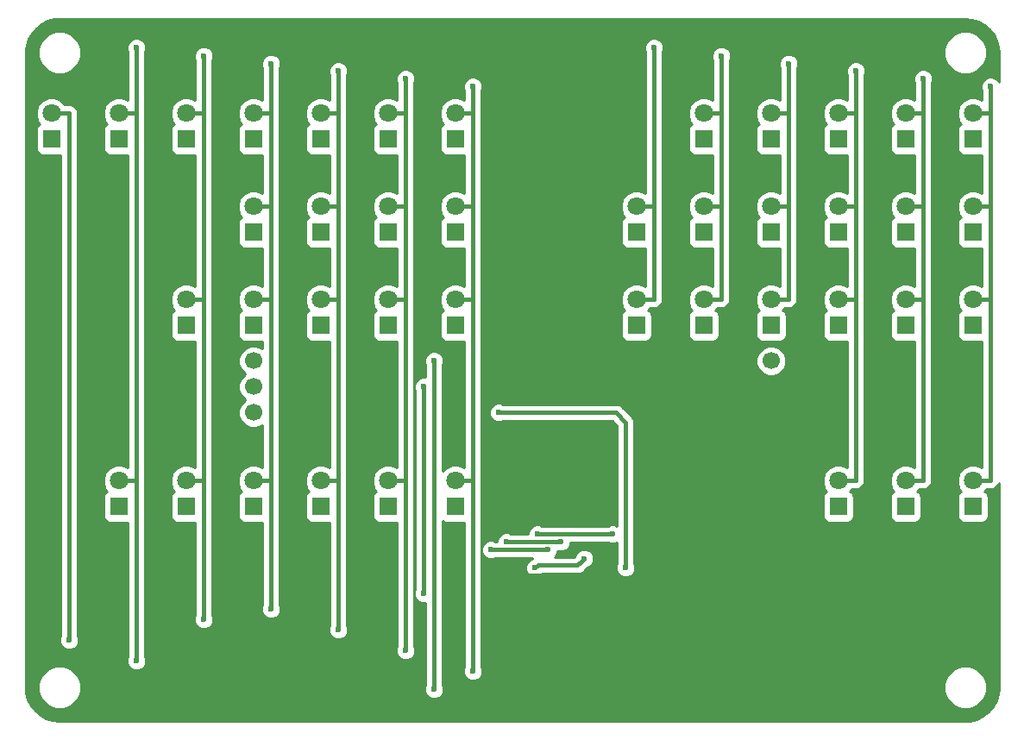
<source format=gbr>
G04 #@! TF.GenerationSoftware,KiCad,Pcbnew,(5.0.2)-1*
G04 #@! TF.CreationDate,2020-05-31T20:05:05-05:00*
G04 #@! TF.ProjectId,Binary_Display,42696e61-7279-45f4-9469-73706c61792e,rev?*
G04 #@! TF.SameCoordinates,Original*
G04 #@! TF.FileFunction,Copper,L2,Bot*
G04 #@! TF.FilePolarity,Positive*
%FSLAX46Y46*%
G04 Gerber Fmt 4.6, Leading zero omitted, Abs format (unit mm)*
G04 Created by KiCad (PCBNEW (5.0.2)-1) date 5/31/2020 8:05:05 PM*
%MOMM*%
%LPD*%
G01*
G04 APERTURE LIST*
G04 #@! TA.AperFunction,ComponentPad*
%ADD10R,1.800000X1.800000*%
G04 #@! TD*
G04 #@! TA.AperFunction,ComponentPad*
%ADD11C,1.800000*%
G04 #@! TD*
G04 #@! TA.AperFunction,ComponentPad*
%ADD12C,1.700000*%
G04 #@! TD*
G04 #@! TA.AperFunction,ViaPad*
%ADD13C,0.600000*%
G04 #@! TD*
G04 #@! TA.AperFunction,Conductor*
%ADD14C,0.406400*%
G04 #@! TD*
G04 #@! TA.AperFunction,Conductor*
%ADD15C,0.254000*%
G04 #@! TD*
G04 APERTURE END LIST*
D10*
G04 #@! TO.P,D31,1*
G04 #@! TO.N,Min*
X177342800Y-95580200D03*
D11*
G04 #@! TO.P,D31,2*
G04 #@! TO.N,Bit_5*
X177342800Y-93040200D03*
G04 #@! TD*
D10*
G04 #@! TO.P,D1,1*
G04 #@! TO.N,Year*
X159562800Y-86436200D03*
D11*
G04 #@! TO.P,D1,2*
G04 #@! TO.N,Bit_0*
X159562800Y-83896200D03*
G04 #@! TD*
D10*
G04 #@! TO.P,D2,1*
G04 #@! TO.N,Year*
X152958800Y-86436200D03*
D11*
G04 #@! TO.P,D2,2*
G04 #@! TO.N,Bit_1*
X152958800Y-83896200D03*
G04 #@! TD*
D10*
G04 #@! TO.P,D3,1*
G04 #@! TO.N,Year*
X146354800Y-86436200D03*
D11*
G04 #@! TO.P,D3,2*
G04 #@! TO.N,Bit_2*
X146354800Y-83896200D03*
G04 #@! TD*
D10*
G04 #@! TO.P,D4,1*
G04 #@! TO.N,Year*
X139750800Y-86436200D03*
D11*
G04 #@! TO.P,D4,2*
G04 #@! TO.N,Bit_3*
X139750800Y-83896200D03*
G04 #@! TD*
D10*
G04 #@! TO.P,D5,1*
G04 #@! TO.N,Year*
X133146800Y-86436200D03*
D11*
G04 #@! TO.P,D5,2*
G04 #@! TO.N,Bit_4*
X133146800Y-83896200D03*
G04 #@! TD*
D10*
G04 #@! TO.P,D6,1*
G04 #@! TO.N,Year*
X126542800Y-86436200D03*
D11*
G04 #@! TO.P,D6,2*
G04 #@! TO.N,Bit_5*
X126542800Y-83896200D03*
G04 #@! TD*
D10*
G04 #@! TO.P,D7,1*
G04 #@! TO.N,Year*
X119938800Y-86436200D03*
D11*
G04 #@! TO.P,D7,2*
G04 #@! TO.N,Bit_6*
X119938800Y-83896200D03*
G04 #@! TD*
D10*
G04 #@! TO.P,D8,1*
G04 #@! TO.N,Week*
X159562800Y-122504200D03*
D11*
G04 #@! TO.P,D8,2*
G04 #@! TO.N,Bit_0*
X159562800Y-119964200D03*
G04 #@! TD*
D10*
G04 #@! TO.P,D9,1*
G04 #@! TO.N,Week*
X152958800Y-122504200D03*
D11*
G04 #@! TO.P,D9,2*
G04 #@! TO.N,Bit_1*
X152958800Y-119964200D03*
G04 #@! TD*
D10*
G04 #@! TO.P,D10,1*
G04 #@! TO.N,Week*
X146354800Y-122504200D03*
D11*
G04 #@! TO.P,D10,2*
G04 #@! TO.N,Bit_2*
X146354800Y-119964200D03*
G04 #@! TD*
D10*
G04 #@! TO.P,D11,1*
G04 #@! TO.N,Week*
X139750800Y-122504200D03*
D11*
G04 #@! TO.P,D11,2*
G04 #@! TO.N,Bit_3*
X139750800Y-119964200D03*
G04 #@! TD*
D10*
G04 #@! TO.P,D12,1*
G04 #@! TO.N,Week*
X133146800Y-122504200D03*
D11*
G04 #@! TO.P,D12,2*
G04 #@! TO.N,Bit_4*
X133146800Y-119964200D03*
G04 #@! TD*
D10*
G04 #@! TO.P,D13,1*
G04 #@! TO.N,Week*
X126542800Y-122504200D03*
D11*
G04 #@! TO.P,D13,2*
G04 #@! TO.N,Bit_5*
X126542800Y-119964200D03*
G04 #@! TD*
D10*
G04 #@! TO.P,D14,1*
G04 #@! TO.N,Hour*
X210362800Y-86436200D03*
D11*
G04 #@! TO.P,D14,2*
G04 #@! TO.N,Bit_0*
X210362800Y-83896200D03*
G04 #@! TD*
D10*
G04 #@! TO.P,D15,1*
G04 #@! TO.N,Hour*
X203758800Y-86436200D03*
D11*
G04 #@! TO.P,D15,2*
G04 #@! TO.N,Bit_1*
X203758800Y-83896200D03*
G04 #@! TD*
D10*
G04 #@! TO.P,D16,1*
G04 #@! TO.N,Hour*
X197154800Y-86436200D03*
D11*
G04 #@! TO.P,D16,2*
G04 #@! TO.N,Bit_2*
X197154800Y-83896200D03*
G04 #@! TD*
D10*
G04 #@! TO.P,D17,1*
G04 #@! TO.N,Hour*
X190550800Y-86436200D03*
D11*
G04 #@! TO.P,D17,2*
G04 #@! TO.N,Bit_3*
X190550800Y-83896200D03*
G04 #@! TD*
D10*
G04 #@! TO.P,D18,1*
G04 #@! TO.N,Hour*
X183946800Y-86436200D03*
D11*
G04 #@! TO.P,D18,2*
G04 #@! TO.N,Bit_4*
X183946800Y-83896200D03*
G04 #@! TD*
D10*
G04 #@! TO.P,D19,1*
G04 #@! TO.N,Month*
X159562800Y-95580200D03*
D11*
G04 #@! TO.P,D19,2*
G04 #@! TO.N,Bit_0*
X159562800Y-93040200D03*
G04 #@! TD*
D10*
G04 #@! TO.P,D20,1*
G04 #@! TO.N,Month*
X152958800Y-95580200D03*
D11*
G04 #@! TO.P,D20,2*
G04 #@! TO.N,Bit_1*
X152958800Y-93040200D03*
G04 #@! TD*
D10*
G04 #@! TO.P,D21,1*
G04 #@! TO.N,Month*
X146354800Y-95580200D03*
D11*
G04 #@! TO.P,D21,2*
G04 #@! TO.N,Bit_2*
X146354800Y-93040200D03*
G04 #@! TD*
D10*
G04 #@! TO.P,D22,1*
G04 #@! TO.N,Month*
X139750800Y-95580200D03*
D11*
G04 #@! TO.P,D22,2*
G04 #@! TO.N,Bit_3*
X139750800Y-93040200D03*
G04 #@! TD*
D10*
G04 #@! TO.P,D23,1*
G04 #@! TO.N,WkDay*
X210362800Y-122504200D03*
D11*
G04 #@! TO.P,D23,2*
G04 #@! TO.N,Bit_0*
X210362800Y-119964200D03*
G04 #@! TD*
D10*
G04 #@! TO.P,D24,1*
G04 #@! TO.N,WkDay*
X203758800Y-122504200D03*
D11*
G04 #@! TO.P,D24,2*
G04 #@! TO.N,Bit_1*
X203758800Y-119964200D03*
G04 #@! TD*
D10*
G04 #@! TO.P,D25,1*
G04 #@! TO.N,WkDay*
X197154800Y-122504200D03*
D11*
G04 #@! TO.P,D25,2*
G04 #@! TO.N,Bit_2*
X197154800Y-119964200D03*
G04 #@! TD*
D10*
G04 #@! TO.P,D26,1*
G04 #@! TO.N,Min*
X210362800Y-95580200D03*
D11*
G04 #@! TO.P,D26,2*
G04 #@! TO.N,Bit_0*
X210362800Y-93040200D03*
G04 #@! TD*
D10*
G04 #@! TO.P,D27,1*
G04 #@! TO.N,Min*
X203758800Y-95580200D03*
D11*
G04 #@! TO.P,D27,2*
G04 #@! TO.N,Bit_1*
X203758800Y-93040200D03*
G04 #@! TD*
D10*
G04 #@! TO.P,D28,1*
G04 #@! TO.N,Min*
X197154800Y-95580200D03*
D11*
G04 #@! TO.P,D28,2*
G04 #@! TO.N,Bit_2*
X197154800Y-93040200D03*
G04 #@! TD*
D10*
G04 #@! TO.P,D29,1*
G04 #@! TO.N,Min*
X190550800Y-95580200D03*
D11*
G04 #@! TO.P,D29,2*
G04 #@! TO.N,Bit_3*
X190550800Y-93040200D03*
G04 #@! TD*
D10*
G04 #@! TO.P,D30,1*
G04 #@! TO.N,Min*
X183946800Y-95580200D03*
D11*
G04 #@! TO.P,D30,2*
G04 #@! TO.N,Bit_4*
X183946800Y-93040200D03*
G04 #@! TD*
D10*
G04 #@! TO.P,D32,1*
G04 #@! TO.N,Day*
X159562800Y-104724200D03*
D11*
G04 #@! TO.P,D32,2*
G04 #@! TO.N,Bit_0*
X159562800Y-102184200D03*
G04 #@! TD*
D10*
G04 #@! TO.P,D33,1*
G04 #@! TO.N,Day*
X152958800Y-104724200D03*
D11*
G04 #@! TO.P,D33,2*
G04 #@! TO.N,Bit_1*
X152958800Y-102184200D03*
G04 #@! TD*
D10*
G04 #@! TO.P,D34,1*
G04 #@! TO.N,Day*
X146354800Y-104724200D03*
D11*
G04 #@! TO.P,D34,2*
G04 #@! TO.N,Bit_2*
X146354800Y-102184200D03*
G04 #@! TD*
D10*
G04 #@! TO.P,D35,1*
G04 #@! TO.N,Day*
X139750800Y-104724200D03*
D11*
G04 #@! TO.P,D35,2*
G04 #@! TO.N,Bit_3*
X139750800Y-102184200D03*
G04 #@! TD*
D10*
G04 #@! TO.P,D36,1*
G04 #@! TO.N,Day*
X133146800Y-104724200D03*
D11*
G04 #@! TO.P,D36,2*
G04 #@! TO.N,Bit_4*
X133146800Y-102184200D03*
G04 #@! TD*
D10*
G04 #@! TO.P,D37,1*
G04 #@! TO.N,Sec*
X210362800Y-104724200D03*
D11*
G04 #@! TO.P,D37,2*
G04 #@! TO.N,Bit_0*
X210362800Y-102184200D03*
G04 #@! TD*
D10*
G04 #@! TO.P,D38,1*
G04 #@! TO.N,Sec*
X203758800Y-104724200D03*
D11*
G04 #@! TO.P,D38,2*
G04 #@! TO.N,Bit_1*
X203758800Y-102184200D03*
G04 #@! TD*
D10*
G04 #@! TO.P,D39,1*
G04 #@! TO.N,Sec*
X197154800Y-104724200D03*
D11*
G04 #@! TO.P,D39,2*
G04 #@! TO.N,Bit_2*
X197154800Y-102184200D03*
G04 #@! TD*
D10*
G04 #@! TO.P,D40,1*
G04 #@! TO.N,Sec*
X190550800Y-104724200D03*
D11*
G04 #@! TO.P,D40,2*
G04 #@! TO.N,Bit_3*
X190550800Y-102184200D03*
G04 #@! TD*
D10*
G04 #@! TO.P,D41,1*
G04 #@! TO.N,Sec*
X183946800Y-104724200D03*
D11*
G04 #@! TO.P,D41,2*
G04 #@! TO.N,Bit_4*
X183946800Y-102184200D03*
G04 #@! TD*
D10*
G04 #@! TO.P,D42,1*
G04 #@! TO.N,Sec*
X177342800Y-104724200D03*
D11*
G04 #@! TO.P,D42,2*
G04 #@! TO.N,Bit_5*
X177342800Y-102184200D03*
G04 #@! TD*
D12*
G04 #@! TO.P,J1,CS*
G04 #@! TO.N,/Load*
X139750800Y-110744000D03*
G04 #@! TO.P,J1,CLK*
G04 #@! TO.N,/Clk*
X139750800Y-108204000D03*
G04 #@! TO.P,J1,DIN*
G04 #@! TO.N,/Din*
X139750800Y-113284000D03*
G04 #@! TO.P,J1,GND*
G04 #@! TO.N,/GND*
X190550800Y-110744000D03*
G04 #@! TO.P,J1,VCC*
G04 #@! TO.N,/+5V*
X190550800Y-108204000D03*
G04 #@! TD*
D13*
G04 #@! TO.N,/GND*
X179019200Y-137109200D03*
X166116000Y-129032000D03*
X172466000Y-129286000D03*
G04 #@! TO.N,/Din*
X176276000Y-128524000D03*
X163830000Y-113284000D03*
G04 #@! TO.N,/Load*
X156464000Y-131064000D03*
X156464000Y-110744000D03*
G04 #@! TO.N,/Clk*
X157480000Y-140462000D03*
X157480000Y-108204000D03*
G04 #@! TO.N,Year*
X167640000Y-125222000D03*
X175006000Y-125222000D03*
G04 #@! TO.N,Bit_0*
X161290000Y-138684000D03*
X212090000Y-81280000D03*
X161290000Y-81280000D03*
G04 #@! TO.N,Bit_1*
X154686000Y-136652000D03*
X205486000Y-80518000D03*
X154686000Y-80518000D03*
G04 #@! TO.N,Bit_2*
X148082000Y-134620000D03*
X148082000Y-79756000D03*
X198882000Y-79756000D03*
G04 #@! TO.N,Bit_3*
X141478000Y-132588000D03*
X141478000Y-79019400D03*
X192278000Y-79019400D03*
G04 #@! TO.N,Bit_4*
X134874000Y-133604000D03*
X134874000Y-78257400D03*
X185674000Y-78257400D03*
G04 #@! TO.N,Bit_5*
X128270000Y-137668000D03*
X128270000Y-77470000D03*
X179070000Y-77470000D03*
G04 #@! TO.N,Bit_6*
X121666000Y-135636000D03*
G04 #@! TO.N,Week*
X163068000Y-126746000D03*
X168656000Y-126746000D03*
G04 #@! TO.N,Day*
X164592000Y-125984000D03*
X169926000Y-125984000D03*
G04 #@! TO.N,Sec*
X172212000Y-127609600D03*
X167386000Y-128524000D03*
G04 #@! TD*
D14*
G04 #@! TO.N,/GND*
X172466000Y-129286000D02*
X166370000Y-129286000D01*
X166370000Y-129286000D02*
X166116000Y-129032000D01*
G04 #@! TO.N,/Din*
X163830000Y-113284000D02*
X175310800Y-113284000D01*
X175310800Y-113284000D02*
X176276000Y-114249200D01*
X176276000Y-114249200D02*
X176276000Y-128524000D01*
G04 #@! TO.N,/Load*
X156464000Y-119430800D02*
X156464000Y-131064000D01*
X156464000Y-111168264D02*
X156464000Y-119430800D01*
X156464000Y-110744000D02*
X156464000Y-111168264D01*
G04 #@! TO.N,/Clk*
X157480000Y-108628264D02*
X157480000Y-140462000D01*
X157480000Y-108204000D02*
X157480000Y-108628264D01*
G04 #@! TO.N,Year*
X175006000Y-125222000D02*
X167640000Y-125222000D01*
G04 #@! TO.N,Bit_0*
X161290000Y-124460000D02*
X161290000Y-138684000D01*
X161290000Y-119964200D02*
X161290000Y-124460000D01*
X212090000Y-81280000D02*
X212090000Y-83896200D01*
X161290000Y-83896200D02*
X161290000Y-81280000D01*
X212090000Y-83896200D02*
X212090000Y-93040200D01*
X212090000Y-93040200D02*
X212090000Y-102184200D01*
X210362800Y-93040200D02*
X211635592Y-93040200D01*
X211635592Y-93040200D02*
X212090000Y-93040200D01*
X212090000Y-102184200D02*
X212090000Y-119964200D01*
X210362800Y-102184200D02*
X211635592Y-102184200D01*
X211635592Y-102184200D02*
X212090000Y-102184200D01*
X210362800Y-83896200D02*
X212090000Y-83896200D01*
X212090000Y-119964200D02*
X210362800Y-119964200D01*
X161290000Y-83896200D02*
X161290000Y-93040200D01*
X161290000Y-93040200D02*
X161290000Y-102184200D01*
X159562800Y-93040200D02*
X160835592Y-93040200D01*
X160835592Y-93040200D02*
X161290000Y-93040200D01*
X161290000Y-102184200D02*
X161290000Y-119964200D01*
X159562800Y-102184200D02*
X160835592Y-102184200D01*
X160835592Y-102184200D02*
X161290000Y-102184200D01*
X161290000Y-119964200D02*
X159562800Y-119964200D01*
X159562800Y-83896200D02*
X161290000Y-83896200D01*
G04 #@! TO.N,Bit_1*
X154686000Y-124460000D02*
X154686000Y-136652000D01*
X154686000Y-119964200D02*
X154686000Y-124460000D01*
X205486000Y-80518000D02*
X205486000Y-80942264D01*
X205486000Y-80942264D02*
X205486000Y-83896200D01*
X154686000Y-83896200D02*
X154686000Y-80518000D01*
X205486000Y-83896200D02*
X205486000Y-93040200D01*
X205486000Y-93040200D02*
X205486000Y-102184200D01*
X203758800Y-93040200D02*
X205031592Y-93040200D01*
X205031592Y-93040200D02*
X205486000Y-93040200D01*
X205486000Y-102184200D02*
X205486000Y-119964200D01*
X203758800Y-102184200D02*
X205031592Y-102184200D01*
X205031592Y-102184200D02*
X205486000Y-102184200D01*
X205486000Y-119964200D02*
X203758800Y-119964200D01*
X154686000Y-83896200D02*
X154686000Y-93040200D01*
X152958800Y-93040200D02*
X154231592Y-93040200D01*
X154686000Y-93040200D02*
X154686000Y-102184200D01*
X154231592Y-93040200D02*
X154686000Y-93040200D01*
X154686000Y-102184200D02*
X154686000Y-119964200D01*
X152958800Y-102184200D02*
X154231592Y-102184200D01*
X154231592Y-102184200D02*
X154686000Y-102184200D01*
X154686000Y-119964200D02*
X152958800Y-119964200D01*
X154686000Y-83896200D02*
X152958800Y-83896200D01*
X203758800Y-83896200D02*
X205486000Y-83896200D01*
G04 #@! TO.N,Bit_2*
X148082000Y-119964200D02*
X148082000Y-123444000D01*
X148082000Y-123444000D02*
X148082000Y-124460000D01*
X148082000Y-134620000D02*
X148082000Y-123444000D01*
X148082000Y-79756000D02*
X148082000Y-80180264D01*
X148082000Y-80180264D02*
X148082000Y-83896200D01*
X198882000Y-83896200D02*
X198882000Y-79756000D01*
X198882000Y-83896200D02*
X198882000Y-93040200D01*
X198882000Y-93040200D02*
X198882000Y-102184200D01*
X197154800Y-93040200D02*
X198882000Y-93040200D01*
X198882000Y-102184200D02*
X198882000Y-119964200D01*
X197154800Y-102184200D02*
X198427592Y-102184200D01*
X198427592Y-102184200D02*
X198882000Y-102184200D01*
X198882000Y-119964200D02*
X197154800Y-119964200D01*
X148082000Y-83896200D02*
X148082000Y-93040200D01*
X148082000Y-93040200D02*
X148082000Y-102184200D01*
X146354800Y-93040200D02*
X147627592Y-93040200D01*
X147627592Y-93040200D02*
X148082000Y-93040200D01*
X148082000Y-102184200D02*
X148082000Y-119964200D01*
X147627592Y-102184200D02*
X148082000Y-102184200D01*
X146354800Y-102184200D02*
X147627592Y-102184200D01*
X148082000Y-119964200D02*
X146354800Y-119964200D01*
X197154800Y-83896200D02*
X198882000Y-83896200D01*
X148082000Y-83896200D02*
X146354800Y-83896200D01*
G04 #@! TO.N,Bit_3*
X141478000Y-119964200D02*
X141478000Y-123952000D01*
X141478000Y-123952000D02*
X141478000Y-124460000D01*
X141478000Y-132588000D02*
X141478000Y-123952000D01*
X141478000Y-79019400D02*
X141478000Y-79443664D01*
X141478000Y-79443664D02*
X141478000Y-83896200D01*
X192278000Y-83896200D02*
X192278000Y-79019400D01*
X192278000Y-83896200D02*
X192278000Y-93040200D01*
X192278000Y-93040200D02*
X192278000Y-102184200D01*
X190550800Y-93040200D02*
X191823592Y-93040200D01*
X191823592Y-93040200D02*
X192278000Y-93040200D01*
X192278000Y-102184200D02*
X190550800Y-102184200D01*
X141478000Y-83896200D02*
X141478000Y-93040200D01*
X141478000Y-93040200D02*
X141478000Y-102184200D01*
X139750800Y-93040200D02*
X141023592Y-93040200D01*
X141023592Y-93040200D02*
X141478000Y-93040200D01*
X141478000Y-102184200D02*
X141478000Y-119964200D01*
X139750800Y-102184200D02*
X141023592Y-102184200D01*
X141023592Y-102184200D02*
X141478000Y-102184200D01*
X139750800Y-83896200D02*
X141478000Y-83896200D01*
X141478000Y-119964200D02*
X139750800Y-119964200D01*
X190550800Y-83896200D02*
X192278000Y-83896200D01*
G04 #@! TO.N,Bit_4*
X134874000Y-124460000D02*
X134874000Y-133604000D01*
X134874000Y-119964200D02*
X134874000Y-124460000D01*
X134874000Y-78257400D02*
X134874000Y-78681664D01*
X134874000Y-78681664D02*
X134874000Y-83896200D01*
X185674000Y-83896200D02*
X185674000Y-78257400D01*
X185219592Y-93040200D02*
X185674000Y-93040200D01*
X185674000Y-83896200D02*
X185674000Y-93040200D01*
X185674000Y-93040200D02*
X185674000Y-102184200D01*
X183946800Y-93040200D02*
X185219592Y-93040200D01*
X183946800Y-83896200D02*
X185674000Y-83896200D01*
X185674000Y-102184200D02*
X183946800Y-102184200D01*
X134874000Y-83896200D02*
X134874000Y-102184200D01*
X134874000Y-102184200D02*
X134874000Y-119964200D01*
X133146800Y-102184200D02*
X134419592Y-102184200D01*
X134419592Y-102184200D02*
X134874000Y-102184200D01*
X134874000Y-119964200D02*
X133146800Y-119964200D01*
X134874000Y-83896200D02*
X133146800Y-83896200D01*
G04 #@! TO.N,Bit_5*
X128270000Y-137668000D02*
X128270000Y-124460000D01*
X128270000Y-119964200D02*
X128270000Y-124460000D01*
X128270000Y-83896200D02*
X128270000Y-84378800D01*
X128270000Y-84378800D02*
X128270000Y-119964200D01*
X128270000Y-77470000D02*
X128270000Y-77894264D01*
X128270000Y-77894264D02*
X128270000Y-84378800D01*
X179070000Y-93040200D02*
X179070000Y-77470000D01*
X179070000Y-93040200D02*
X179070000Y-102184200D01*
X177342800Y-102184200D02*
X178615592Y-102184200D01*
X178615592Y-102184200D02*
X179070000Y-102184200D01*
X177342800Y-93040200D02*
X179070000Y-93040200D01*
X126542800Y-83896200D02*
X128270000Y-83896200D01*
X128270000Y-119964200D02*
X126542800Y-119964200D01*
G04 #@! TO.N,Bit_6*
X121666000Y-124460000D02*
X121666000Y-135636000D01*
X121666000Y-119888000D02*
X121666000Y-124460000D01*
X121666000Y-83896200D02*
X121666000Y-119888000D01*
X119938800Y-83896200D02*
X121666000Y-83896200D01*
G04 #@! TO.N,Week*
X168656000Y-126746000D02*
X163068000Y-126746000D01*
G04 #@! TO.N,Day*
X169926000Y-125984000D02*
X164592000Y-125984000D01*
G04 #@! TO.N,Sec*
X167782798Y-128270000D02*
X171551600Y-128270000D01*
X172212000Y-127609600D02*
X171912001Y-127909599D01*
X171912001Y-127909599D02*
X171551600Y-128270000D01*
X167736799Y-128224001D02*
X167782798Y-128270000D01*
X167386000Y-128524000D02*
X167685999Y-128224001D01*
X167685999Y-128224001D02*
X167736799Y-128224001D01*
G04 #@! TD*
D15*
G04 #@! TO.N,/GND*
G36*
X210264263Y-74695046D02*
X210900631Y-74894471D01*
X211483895Y-75217779D01*
X211990239Y-75651768D01*
X212398973Y-76178705D01*
X212693407Y-76777073D01*
X212863712Y-77430887D01*
X212904001Y-77954483D01*
X212904001Y-80801899D01*
X212882655Y-80750365D01*
X212619635Y-80487345D01*
X212275983Y-80345000D01*
X211904017Y-80345000D01*
X211560365Y-80487345D01*
X211297345Y-80750365D01*
X211155000Y-81094017D01*
X211155000Y-81465983D01*
X211251800Y-81699680D01*
X211251801Y-82614384D01*
X211232307Y-82594890D01*
X210668130Y-82361200D01*
X210057470Y-82361200D01*
X209493293Y-82594890D01*
X209061490Y-83026693D01*
X208827800Y-83590870D01*
X208827800Y-84201530D01*
X209061490Y-84765707D01*
X209230708Y-84934925D01*
X209215035Y-84938043D01*
X209004991Y-85078391D01*
X208864643Y-85288435D01*
X208815360Y-85536200D01*
X208815360Y-87336200D01*
X208864643Y-87583965D01*
X209004991Y-87794009D01*
X209215035Y-87934357D01*
X209462800Y-87983640D01*
X211251800Y-87983640D01*
X211251801Y-91758384D01*
X211232307Y-91738890D01*
X210668130Y-91505200D01*
X210057470Y-91505200D01*
X209493293Y-91738890D01*
X209061490Y-92170693D01*
X208827800Y-92734870D01*
X208827800Y-93345530D01*
X209061490Y-93909707D01*
X209230708Y-94078925D01*
X209215035Y-94082043D01*
X209004991Y-94222391D01*
X208864643Y-94432435D01*
X208815360Y-94680200D01*
X208815360Y-96480200D01*
X208864643Y-96727965D01*
X209004991Y-96938009D01*
X209215035Y-97078357D01*
X209462800Y-97127640D01*
X211251800Y-97127640D01*
X211251801Y-100902384D01*
X211232307Y-100882890D01*
X210668130Y-100649200D01*
X210057470Y-100649200D01*
X209493293Y-100882890D01*
X209061490Y-101314693D01*
X208827800Y-101878870D01*
X208827800Y-102489530D01*
X209061490Y-103053707D01*
X209230708Y-103222925D01*
X209215035Y-103226043D01*
X209004991Y-103366391D01*
X208864643Y-103576435D01*
X208815360Y-103824200D01*
X208815360Y-105624200D01*
X208864643Y-105871965D01*
X209004991Y-106082009D01*
X209215035Y-106222357D01*
X209462800Y-106271640D01*
X211251800Y-106271640D01*
X211251801Y-118682384D01*
X211232307Y-118662890D01*
X210668130Y-118429200D01*
X210057470Y-118429200D01*
X209493293Y-118662890D01*
X209061490Y-119094693D01*
X208827800Y-119658870D01*
X208827800Y-120269530D01*
X209061490Y-120833707D01*
X209230708Y-121002925D01*
X209215035Y-121006043D01*
X209004991Y-121146391D01*
X208864643Y-121356435D01*
X208815360Y-121604200D01*
X208815360Y-123404200D01*
X208864643Y-123651965D01*
X209004991Y-123862009D01*
X209215035Y-124002357D01*
X209462800Y-124051640D01*
X211262800Y-124051640D01*
X211510565Y-124002357D01*
X211720609Y-123862009D01*
X211860957Y-123651965D01*
X211910240Y-123404200D01*
X211910240Y-121604200D01*
X211860957Y-121356435D01*
X211720609Y-121146391D01*
X211510565Y-121006043D01*
X211494892Y-121002925D01*
X211664110Y-120833707D01*
X211677078Y-120802400D01*
X212007446Y-120802400D01*
X212090000Y-120818821D01*
X212172554Y-120802400D01*
X212417049Y-120753767D01*
X212694308Y-120568508D01*
X212879567Y-120291249D01*
X212904000Y-120168414D01*
X212904000Y-140222836D01*
X212832954Y-140922264D01*
X212633529Y-141558631D01*
X212310220Y-142141897D01*
X211876230Y-142648241D01*
X211349292Y-143056976D01*
X210750929Y-143351405D01*
X210097114Y-143521712D01*
X209573530Y-143562000D01*
X120736764Y-143562000D01*
X120037336Y-143490954D01*
X119400969Y-143291529D01*
X118817703Y-142968220D01*
X118311359Y-142534230D01*
X117902624Y-142007292D01*
X117608195Y-141408929D01*
X117437888Y-140755114D01*
X117397600Y-140231530D01*
X117397600Y-139834373D01*
X118597680Y-139834373D01*
X118597680Y-140673067D01*
X118918634Y-141447919D01*
X119511681Y-142040966D01*
X120286533Y-142361920D01*
X121125227Y-142361920D01*
X121900079Y-142040966D01*
X122493126Y-141447919D01*
X122814080Y-140673067D01*
X122814080Y-139834373D01*
X122493126Y-139059521D01*
X121900079Y-138466474D01*
X121125227Y-138145520D01*
X120286533Y-138145520D01*
X119511681Y-138466474D01*
X118918634Y-139059521D01*
X118597680Y-139834373D01*
X117397600Y-139834373D01*
X117397600Y-85536200D01*
X118391360Y-85536200D01*
X118391360Y-87336200D01*
X118440643Y-87583965D01*
X118580991Y-87794009D01*
X118791035Y-87934357D01*
X119038800Y-87983640D01*
X120827800Y-87983640D01*
X120827801Y-119805442D01*
X120827800Y-119805447D01*
X120827801Y-124377442D01*
X120827800Y-124377447D01*
X120827801Y-135216318D01*
X120731000Y-135450017D01*
X120731000Y-135821983D01*
X120873345Y-136165635D01*
X121136365Y-136428655D01*
X121480017Y-136571000D01*
X121851983Y-136571000D01*
X122195635Y-136428655D01*
X122458655Y-136165635D01*
X122601000Y-135821983D01*
X122601000Y-135450017D01*
X122504200Y-135216321D01*
X122504200Y-85536200D01*
X124995360Y-85536200D01*
X124995360Y-87336200D01*
X125044643Y-87583965D01*
X125184991Y-87794009D01*
X125395035Y-87934357D01*
X125642800Y-87983640D01*
X127431800Y-87983640D01*
X127431801Y-118682384D01*
X127412307Y-118662890D01*
X126848130Y-118429200D01*
X126237470Y-118429200D01*
X125673293Y-118662890D01*
X125241490Y-119094693D01*
X125007800Y-119658870D01*
X125007800Y-120269530D01*
X125241490Y-120833707D01*
X125410708Y-121002925D01*
X125395035Y-121006043D01*
X125184991Y-121146391D01*
X125044643Y-121356435D01*
X124995360Y-121604200D01*
X124995360Y-123404200D01*
X125044643Y-123651965D01*
X125184991Y-123862009D01*
X125395035Y-124002357D01*
X125642800Y-124051640D01*
X127431801Y-124051640D01*
X127431801Y-124377446D01*
X127431800Y-137248321D01*
X127335000Y-137482017D01*
X127335000Y-137853983D01*
X127477345Y-138197635D01*
X127740365Y-138460655D01*
X128084017Y-138603000D01*
X128455983Y-138603000D01*
X128799635Y-138460655D01*
X129062655Y-138197635D01*
X129205000Y-137853983D01*
X129205000Y-137482017D01*
X129108200Y-137248321D01*
X129108200Y-120046754D01*
X129124621Y-119964200D01*
X129108200Y-119881646D01*
X129108200Y-85536200D01*
X131599360Y-85536200D01*
X131599360Y-87336200D01*
X131648643Y-87583965D01*
X131788991Y-87794009D01*
X131999035Y-87934357D01*
X132246800Y-87983640D01*
X134035800Y-87983640D01*
X134035801Y-100902384D01*
X134016307Y-100882890D01*
X133452130Y-100649200D01*
X132841470Y-100649200D01*
X132277293Y-100882890D01*
X131845490Y-101314693D01*
X131611800Y-101878870D01*
X131611800Y-102489530D01*
X131845490Y-103053707D01*
X132014708Y-103222925D01*
X131999035Y-103226043D01*
X131788991Y-103366391D01*
X131648643Y-103576435D01*
X131599360Y-103824200D01*
X131599360Y-105624200D01*
X131648643Y-105871965D01*
X131788991Y-106082009D01*
X131999035Y-106222357D01*
X132246800Y-106271640D01*
X134035800Y-106271640D01*
X134035801Y-118682384D01*
X134016307Y-118662890D01*
X133452130Y-118429200D01*
X132841470Y-118429200D01*
X132277293Y-118662890D01*
X131845490Y-119094693D01*
X131611800Y-119658870D01*
X131611800Y-120269530D01*
X131845490Y-120833707D01*
X132014708Y-121002925D01*
X131999035Y-121006043D01*
X131788991Y-121146391D01*
X131648643Y-121356435D01*
X131599360Y-121604200D01*
X131599360Y-123404200D01*
X131648643Y-123651965D01*
X131788991Y-123862009D01*
X131999035Y-124002357D01*
X132246800Y-124051640D01*
X134035801Y-124051640D01*
X134035801Y-124377442D01*
X134035800Y-124377447D01*
X134035801Y-133184318D01*
X133939000Y-133418017D01*
X133939000Y-133789983D01*
X134081345Y-134133635D01*
X134344365Y-134396655D01*
X134688017Y-134539000D01*
X135059983Y-134539000D01*
X135403635Y-134396655D01*
X135666655Y-134133635D01*
X135809000Y-133789983D01*
X135809000Y-133418017D01*
X135712200Y-133184321D01*
X135712200Y-120046754D01*
X135728621Y-119964200D01*
X135712200Y-119881646D01*
X135712200Y-102266754D01*
X135728621Y-102184200D01*
X135712200Y-102101646D01*
X135712200Y-85536200D01*
X138203360Y-85536200D01*
X138203360Y-87336200D01*
X138252643Y-87583965D01*
X138392991Y-87794009D01*
X138603035Y-87934357D01*
X138850800Y-87983640D01*
X140639800Y-87983640D01*
X140639801Y-91758384D01*
X140620307Y-91738890D01*
X140056130Y-91505200D01*
X139445470Y-91505200D01*
X138881293Y-91738890D01*
X138449490Y-92170693D01*
X138215800Y-92734870D01*
X138215800Y-93345530D01*
X138449490Y-93909707D01*
X138618708Y-94078925D01*
X138603035Y-94082043D01*
X138392991Y-94222391D01*
X138252643Y-94432435D01*
X138203360Y-94680200D01*
X138203360Y-96480200D01*
X138252643Y-96727965D01*
X138392991Y-96938009D01*
X138603035Y-97078357D01*
X138850800Y-97127640D01*
X140639800Y-97127640D01*
X140639801Y-100902384D01*
X140620307Y-100882890D01*
X140056130Y-100649200D01*
X139445470Y-100649200D01*
X138881293Y-100882890D01*
X138449490Y-101314693D01*
X138215800Y-101878870D01*
X138215800Y-102489530D01*
X138449490Y-103053707D01*
X138618708Y-103222925D01*
X138603035Y-103226043D01*
X138392991Y-103366391D01*
X138252643Y-103576435D01*
X138203360Y-103824200D01*
X138203360Y-105624200D01*
X138252643Y-105871965D01*
X138392991Y-106082009D01*
X138603035Y-106222357D01*
X138850800Y-106271640D01*
X140639800Y-106271640D01*
X140639800Y-106992893D01*
X140591985Y-106945078D01*
X140046185Y-106719000D01*
X139455415Y-106719000D01*
X138909615Y-106945078D01*
X138491878Y-107362815D01*
X138265800Y-107908615D01*
X138265800Y-108499385D01*
X138491878Y-109045185D01*
X138909615Y-109462922D01*
X138936360Y-109474000D01*
X138909615Y-109485078D01*
X138491878Y-109902815D01*
X138265800Y-110448615D01*
X138265800Y-111039385D01*
X138491878Y-111585185D01*
X138909615Y-112002922D01*
X138936360Y-112014000D01*
X138909615Y-112025078D01*
X138491878Y-112442815D01*
X138265800Y-112988615D01*
X138265800Y-113579385D01*
X138491878Y-114125185D01*
X138909615Y-114542922D01*
X139455415Y-114769000D01*
X140046185Y-114769000D01*
X140591985Y-114542922D01*
X140639801Y-114495106D01*
X140639801Y-118682384D01*
X140620307Y-118662890D01*
X140056130Y-118429200D01*
X139445470Y-118429200D01*
X138881293Y-118662890D01*
X138449490Y-119094693D01*
X138215800Y-119658870D01*
X138215800Y-120269530D01*
X138449490Y-120833707D01*
X138618708Y-121002925D01*
X138603035Y-121006043D01*
X138392991Y-121146391D01*
X138252643Y-121356435D01*
X138203360Y-121604200D01*
X138203360Y-123404200D01*
X138252643Y-123651965D01*
X138392991Y-123862009D01*
X138603035Y-124002357D01*
X138850800Y-124051640D01*
X140639800Y-124051640D01*
X140639800Y-124542554D01*
X140639801Y-124542559D01*
X140639800Y-132168320D01*
X140543000Y-132402017D01*
X140543000Y-132773983D01*
X140685345Y-133117635D01*
X140948365Y-133380655D01*
X141292017Y-133523000D01*
X141663983Y-133523000D01*
X142007635Y-133380655D01*
X142270655Y-133117635D01*
X142413000Y-132773983D01*
X142413000Y-132402017D01*
X142316200Y-132168321D01*
X142316200Y-120046754D01*
X142332621Y-119964200D01*
X142316200Y-119881646D01*
X142316200Y-102266754D01*
X142332621Y-102184200D01*
X142316200Y-102101646D01*
X142316200Y-93122753D01*
X142332621Y-93040200D01*
X142316200Y-92957646D01*
X142316200Y-85536200D01*
X144807360Y-85536200D01*
X144807360Y-87336200D01*
X144856643Y-87583965D01*
X144996991Y-87794009D01*
X145207035Y-87934357D01*
X145454800Y-87983640D01*
X147243800Y-87983640D01*
X147243801Y-91758384D01*
X147224307Y-91738890D01*
X146660130Y-91505200D01*
X146049470Y-91505200D01*
X145485293Y-91738890D01*
X145053490Y-92170693D01*
X144819800Y-92734870D01*
X144819800Y-93345530D01*
X145053490Y-93909707D01*
X145222708Y-94078925D01*
X145207035Y-94082043D01*
X144996991Y-94222391D01*
X144856643Y-94432435D01*
X144807360Y-94680200D01*
X144807360Y-96480200D01*
X144856643Y-96727965D01*
X144996991Y-96938009D01*
X145207035Y-97078357D01*
X145454800Y-97127640D01*
X147243800Y-97127640D01*
X147243801Y-100902384D01*
X147224307Y-100882890D01*
X146660130Y-100649200D01*
X146049470Y-100649200D01*
X145485293Y-100882890D01*
X145053490Y-101314693D01*
X144819800Y-101878870D01*
X144819800Y-102489530D01*
X145053490Y-103053707D01*
X145222708Y-103222925D01*
X145207035Y-103226043D01*
X144996991Y-103366391D01*
X144856643Y-103576435D01*
X144807360Y-103824200D01*
X144807360Y-105624200D01*
X144856643Y-105871965D01*
X144996991Y-106082009D01*
X145207035Y-106222357D01*
X145454800Y-106271640D01*
X147243800Y-106271640D01*
X147243801Y-118682384D01*
X147224307Y-118662890D01*
X146660130Y-118429200D01*
X146049470Y-118429200D01*
X145485293Y-118662890D01*
X145053490Y-119094693D01*
X144819800Y-119658870D01*
X144819800Y-120269530D01*
X145053490Y-120833707D01*
X145222708Y-121002925D01*
X145207035Y-121006043D01*
X144996991Y-121146391D01*
X144856643Y-121356435D01*
X144807360Y-121604200D01*
X144807360Y-123404200D01*
X144856643Y-123651965D01*
X144996991Y-123862009D01*
X145207035Y-124002357D01*
X145454800Y-124051640D01*
X147243801Y-124051640D01*
X147243800Y-134200320D01*
X147147000Y-134434017D01*
X147147000Y-134805983D01*
X147289345Y-135149635D01*
X147552365Y-135412655D01*
X147896017Y-135555000D01*
X148267983Y-135555000D01*
X148611635Y-135412655D01*
X148874655Y-135149635D01*
X149017000Y-134805983D01*
X149017000Y-134434017D01*
X148920200Y-134200321D01*
X148920200Y-120046754D01*
X148936621Y-119964200D01*
X148920200Y-119881646D01*
X148920200Y-102266754D01*
X148936621Y-102184200D01*
X148920200Y-102101646D01*
X148920200Y-93122753D01*
X148936621Y-93040200D01*
X148920200Y-92957646D01*
X148920200Y-85536200D01*
X151411360Y-85536200D01*
X151411360Y-87336200D01*
X151460643Y-87583965D01*
X151600991Y-87794009D01*
X151811035Y-87934357D01*
X152058800Y-87983640D01*
X153847800Y-87983640D01*
X153847801Y-91758384D01*
X153828307Y-91738890D01*
X153264130Y-91505200D01*
X152653470Y-91505200D01*
X152089293Y-91738890D01*
X151657490Y-92170693D01*
X151423800Y-92734870D01*
X151423800Y-93345530D01*
X151657490Y-93909707D01*
X151826708Y-94078925D01*
X151811035Y-94082043D01*
X151600991Y-94222391D01*
X151460643Y-94432435D01*
X151411360Y-94680200D01*
X151411360Y-96480200D01*
X151460643Y-96727965D01*
X151600991Y-96938009D01*
X151811035Y-97078357D01*
X152058800Y-97127640D01*
X153847800Y-97127640D01*
X153847801Y-100902384D01*
X153828307Y-100882890D01*
X153264130Y-100649200D01*
X152653470Y-100649200D01*
X152089293Y-100882890D01*
X151657490Y-101314693D01*
X151423800Y-101878870D01*
X151423800Y-102489530D01*
X151657490Y-103053707D01*
X151826708Y-103222925D01*
X151811035Y-103226043D01*
X151600991Y-103366391D01*
X151460643Y-103576435D01*
X151411360Y-103824200D01*
X151411360Y-105624200D01*
X151460643Y-105871965D01*
X151600991Y-106082009D01*
X151811035Y-106222357D01*
X152058800Y-106271640D01*
X153847800Y-106271640D01*
X153847801Y-118682384D01*
X153828307Y-118662890D01*
X153264130Y-118429200D01*
X152653470Y-118429200D01*
X152089293Y-118662890D01*
X151657490Y-119094693D01*
X151423800Y-119658870D01*
X151423800Y-120269530D01*
X151657490Y-120833707D01*
X151826708Y-121002925D01*
X151811035Y-121006043D01*
X151600991Y-121146391D01*
X151460643Y-121356435D01*
X151411360Y-121604200D01*
X151411360Y-123404200D01*
X151460643Y-123651965D01*
X151600991Y-123862009D01*
X151811035Y-124002357D01*
X152058800Y-124051640D01*
X153847801Y-124051640D01*
X153847801Y-124377442D01*
X153847800Y-124377447D01*
X153847801Y-136232318D01*
X153751000Y-136466017D01*
X153751000Y-136837983D01*
X153893345Y-137181635D01*
X154156365Y-137444655D01*
X154500017Y-137587000D01*
X154871983Y-137587000D01*
X155215635Y-137444655D01*
X155478655Y-137181635D01*
X155621000Y-136837983D01*
X155621000Y-136466017D01*
X155524200Y-136232321D01*
X155524200Y-120046754D01*
X155540621Y-119964200D01*
X155524200Y-119881646D01*
X155524200Y-110558017D01*
X155529000Y-110558017D01*
X155529000Y-110929983D01*
X155625800Y-111163679D01*
X155625801Y-119348242D01*
X155625800Y-119348247D01*
X155625801Y-130644318D01*
X155529000Y-130878017D01*
X155529000Y-131249983D01*
X155671345Y-131593635D01*
X155934365Y-131856655D01*
X156278017Y-131999000D01*
X156641801Y-131999000D01*
X156641801Y-140042318D01*
X156545000Y-140276017D01*
X156545000Y-140647983D01*
X156687345Y-140991635D01*
X156950365Y-141254655D01*
X157294017Y-141397000D01*
X157665983Y-141397000D01*
X158009635Y-141254655D01*
X158272655Y-140991635D01*
X158415000Y-140647983D01*
X158415000Y-140276017D01*
X158318200Y-140042321D01*
X158318200Y-139834373D01*
X207487520Y-139834373D01*
X207487520Y-140673067D01*
X207808474Y-141447919D01*
X208401521Y-142040966D01*
X209176373Y-142361920D01*
X210015067Y-142361920D01*
X210789919Y-142040966D01*
X211382966Y-141447919D01*
X211703920Y-140673067D01*
X211703920Y-139834373D01*
X211382966Y-139059521D01*
X210789919Y-138466474D01*
X210015067Y-138145520D01*
X209176373Y-138145520D01*
X208401521Y-138466474D01*
X207808474Y-139059521D01*
X207487520Y-139834373D01*
X158318200Y-139834373D01*
X158318200Y-123937653D01*
X158415035Y-124002357D01*
X158662800Y-124051640D01*
X160451801Y-124051640D01*
X160451801Y-124377442D01*
X160451800Y-124377447D01*
X160451801Y-138264318D01*
X160355000Y-138498017D01*
X160355000Y-138869983D01*
X160497345Y-139213635D01*
X160760365Y-139476655D01*
X161104017Y-139619000D01*
X161475983Y-139619000D01*
X161819635Y-139476655D01*
X162082655Y-139213635D01*
X162225000Y-138869983D01*
X162225000Y-138498017D01*
X162128200Y-138264321D01*
X162128200Y-126560017D01*
X162133000Y-126560017D01*
X162133000Y-126931983D01*
X162275345Y-127275635D01*
X162538365Y-127538655D01*
X162882017Y-127681000D01*
X163253983Y-127681000D01*
X163487679Y-127584200D01*
X167134810Y-127584200D01*
X167081691Y-127619693D01*
X167064766Y-127645023D01*
X166856365Y-127731345D01*
X166593345Y-127994365D01*
X166451000Y-128338017D01*
X166451000Y-128709983D01*
X166593345Y-129053635D01*
X166856365Y-129316655D01*
X167200017Y-129459000D01*
X167571983Y-129459000D01*
X167915635Y-129316655D01*
X168124090Y-129108200D01*
X171469051Y-129108200D01*
X171551600Y-129124620D01*
X171634149Y-129108200D01*
X171634154Y-129108200D01*
X171878649Y-129059567D01*
X172155908Y-128874308D01*
X172202672Y-128804321D01*
X172507938Y-128499055D01*
X172741635Y-128402255D01*
X173004655Y-128139235D01*
X173147000Y-127795583D01*
X173147000Y-127423617D01*
X173004655Y-127079965D01*
X172741635Y-126816945D01*
X172397983Y-126674600D01*
X172026017Y-126674600D01*
X171682365Y-126816945D01*
X171419345Y-127079965D01*
X171322545Y-127313662D01*
X171204407Y-127431800D01*
X169292490Y-127431800D01*
X169448655Y-127275635D01*
X169591000Y-126931983D01*
X169591000Y-126857275D01*
X169740017Y-126919000D01*
X170111983Y-126919000D01*
X170455635Y-126776655D01*
X170718655Y-126513635D01*
X170861000Y-126169983D01*
X170861000Y-126060200D01*
X174586321Y-126060200D01*
X174820017Y-126157000D01*
X175191983Y-126157000D01*
X175437801Y-126055179D01*
X175437801Y-128104318D01*
X175341000Y-128338017D01*
X175341000Y-128709983D01*
X175483345Y-129053635D01*
X175746365Y-129316655D01*
X176090017Y-129459000D01*
X176461983Y-129459000D01*
X176805635Y-129316655D01*
X177068655Y-129053635D01*
X177211000Y-128709983D01*
X177211000Y-128338017D01*
X177114200Y-128104321D01*
X177114200Y-114331749D01*
X177130620Y-114249200D01*
X177114200Y-114166651D01*
X177114200Y-114166646D01*
X177065567Y-113922151D01*
X176880308Y-113644892D01*
X176810324Y-113598131D01*
X175961872Y-112749678D01*
X175915108Y-112679692D01*
X175637849Y-112494433D01*
X175393354Y-112445800D01*
X175393349Y-112445800D01*
X175310800Y-112429380D01*
X175228251Y-112445800D01*
X164249679Y-112445800D01*
X164015983Y-112349000D01*
X163644017Y-112349000D01*
X163300365Y-112491345D01*
X163037345Y-112754365D01*
X162895000Y-113098017D01*
X162895000Y-113469983D01*
X163037345Y-113813635D01*
X163300365Y-114076655D01*
X163644017Y-114219000D01*
X164015983Y-114219000D01*
X164249679Y-114122200D01*
X174963607Y-114122200D01*
X175437800Y-114596394D01*
X175437801Y-124388821D01*
X175191983Y-124287000D01*
X174820017Y-124287000D01*
X174586321Y-124383800D01*
X168059679Y-124383800D01*
X167825983Y-124287000D01*
X167454017Y-124287000D01*
X167110365Y-124429345D01*
X166847345Y-124692365D01*
X166705000Y-125036017D01*
X166705000Y-125145800D01*
X165011679Y-125145800D01*
X164777983Y-125049000D01*
X164406017Y-125049000D01*
X164062365Y-125191345D01*
X163799345Y-125454365D01*
X163657000Y-125798017D01*
X163657000Y-125907800D01*
X163487679Y-125907800D01*
X163253983Y-125811000D01*
X162882017Y-125811000D01*
X162538365Y-125953345D01*
X162275345Y-126216365D01*
X162133000Y-126560017D01*
X162128200Y-126560017D01*
X162128200Y-120046754D01*
X162144621Y-119964200D01*
X162128200Y-119881646D01*
X162128200Y-107908615D01*
X189065800Y-107908615D01*
X189065800Y-108499385D01*
X189291878Y-109045185D01*
X189709615Y-109462922D01*
X190255415Y-109689000D01*
X190846185Y-109689000D01*
X191391985Y-109462922D01*
X191809722Y-109045185D01*
X192035800Y-108499385D01*
X192035800Y-107908615D01*
X191809722Y-107362815D01*
X191391985Y-106945078D01*
X190846185Y-106719000D01*
X190255415Y-106719000D01*
X189709615Y-106945078D01*
X189291878Y-107362815D01*
X189065800Y-107908615D01*
X162128200Y-107908615D01*
X162128200Y-102266754D01*
X162144621Y-102184200D01*
X162128200Y-102101646D01*
X162128200Y-94680200D01*
X175795360Y-94680200D01*
X175795360Y-96480200D01*
X175844643Y-96727965D01*
X175984991Y-96938009D01*
X176195035Y-97078357D01*
X176442800Y-97127640D01*
X178231800Y-97127640D01*
X178231801Y-100902384D01*
X178212307Y-100882890D01*
X177648130Y-100649200D01*
X177037470Y-100649200D01*
X176473293Y-100882890D01*
X176041490Y-101314693D01*
X175807800Y-101878870D01*
X175807800Y-102489530D01*
X176041490Y-103053707D01*
X176210708Y-103222925D01*
X176195035Y-103226043D01*
X175984991Y-103366391D01*
X175844643Y-103576435D01*
X175795360Y-103824200D01*
X175795360Y-105624200D01*
X175844643Y-105871965D01*
X175984991Y-106082009D01*
X176195035Y-106222357D01*
X176442800Y-106271640D01*
X178242800Y-106271640D01*
X178490565Y-106222357D01*
X178700609Y-106082009D01*
X178840957Y-105871965D01*
X178890240Y-105624200D01*
X178890240Y-103824200D01*
X178840957Y-103576435D01*
X178700609Y-103366391D01*
X178490565Y-103226043D01*
X178474892Y-103222925D01*
X178644110Y-103053707D01*
X178657078Y-103022400D01*
X178987446Y-103022400D01*
X179070000Y-103038821D01*
X179152554Y-103022400D01*
X179397049Y-102973767D01*
X179674308Y-102788508D01*
X179859567Y-102511249D01*
X179924621Y-102184200D01*
X179908200Y-102101646D01*
X179908200Y-93122753D01*
X179924621Y-93040200D01*
X179908200Y-92957646D01*
X179908200Y-85536200D01*
X182399360Y-85536200D01*
X182399360Y-87336200D01*
X182448643Y-87583965D01*
X182588991Y-87794009D01*
X182799035Y-87934357D01*
X183046800Y-87983640D01*
X184835800Y-87983640D01*
X184835801Y-91758384D01*
X184816307Y-91738890D01*
X184252130Y-91505200D01*
X183641470Y-91505200D01*
X183077293Y-91738890D01*
X182645490Y-92170693D01*
X182411800Y-92734870D01*
X182411800Y-93345530D01*
X182645490Y-93909707D01*
X182814708Y-94078925D01*
X182799035Y-94082043D01*
X182588991Y-94222391D01*
X182448643Y-94432435D01*
X182399360Y-94680200D01*
X182399360Y-96480200D01*
X182448643Y-96727965D01*
X182588991Y-96938009D01*
X182799035Y-97078357D01*
X183046800Y-97127640D01*
X184835800Y-97127640D01*
X184835801Y-100902384D01*
X184816307Y-100882890D01*
X184252130Y-100649200D01*
X183641470Y-100649200D01*
X183077293Y-100882890D01*
X182645490Y-101314693D01*
X182411800Y-101878870D01*
X182411800Y-102489530D01*
X182645490Y-103053707D01*
X182814708Y-103222925D01*
X182799035Y-103226043D01*
X182588991Y-103366391D01*
X182448643Y-103576435D01*
X182399360Y-103824200D01*
X182399360Y-105624200D01*
X182448643Y-105871965D01*
X182588991Y-106082009D01*
X182799035Y-106222357D01*
X183046800Y-106271640D01*
X184846800Y-106271640D01*
X185094565Y-106222357D01*
X185304609Y-106082009D01*
X185444957Y-105871965D01*
X185494240Y-105624200D01*
X185494240Y-103824200D01*
X185444957Y-103576435D01*
X185304609Y-103366391D01*
X185094565Y-103226043D01*
X185078892Y-103222925D01*
X185248110Y-103053707D01*
X185261078Y-103022400D01*
X185591446Y-103022400D01*
X185674000Y-103038821D01*
X185756554Y-103022400D01*
X186001049Y-102973767D01*
X186278308Y-102788508D01*
X186463567Y-102511249D01*
X186528621Y-102184200D01*
X186512200Y-102101646D01*
X186512200Y-93122753D01*
X186528621Y-93040200D01*
X186512200Y-92957646D01*
X186512200Y-85536200D01*
X189003360Y-85536200D01*
X189003360Y-87336200D01*
X189052643Y-87583965D01*
X189192991Y-87794009D01*
X189403035Y-87934357D01*
X189650800Y-87983640D01*
X191439800Y-87983640D01*
X191439801Y-91758384D01*
X191420307Y-91738890D01*
X190856130Y-91505200D01*
X190245470Y-91505200D01*
X189681293Y-91738890D01*
X189249490Y-92170693D01*
X189015800Y-92734870D01*
X189015800Y-93345530D01*
X189249490Y-93909707D01*
X189418708Y-94078925D01*
X189403035Y-94082043D01*
X189192991Y-94222391D01*
X189052643Y-94432435D01*
X189003360Y-94680200D01*
X189003360Y-96480200D01*
X189052643Y-96727965D01*
X189192991Y-96938009D01*
X189403035Y-97078357D01*
X189650800Y-97127640D01*
X191439800Y-97127640D01*
X191439801Y-100902384D01*
X191420307Y-100882890D01*
X190856130Y-100649200D01*
X190245470Y-100649200D01*
X189681293Y-100882890D01*
X189249490Y-101314693D01*
X189015800Y-101878870D01*
X189015800Y-102489530D01*
X189249490Y-103053707D01*
X189418708Y-103222925D01*
X189403035Y-103226043D01*
X189192991Y-103366391D01*
X189052643Y-103576435D01*
X189003360Y-103824200D01*
X189003360Y-105624200D01*
X189052643Y-105871965D01*
X189192991Y-106082009D01*
X189403035Y-106222357D01*
X189650800Y-106271640D01*
X191450800Y-106271640D01*
X191698565Y-106222357D01*
X191908609Y-106082009D01*
X192048957Y-105871965D01*
X192098240Y-105624200D01*
X192098240Y-103824200D01*
X192048957Y-103576435D01*
X191908609Y-103366391D01*
X191698565Y-103226043D01*
X191682892Y-103222925D01*
X191852110Y-103053707D01*
X191865078Y-103022400D01*
X192195446Y-103022400D01*
X192278000Y-103038821D01*
X192360554Y-103022400D01*
X192605049Y-102973767D01*
X192882308Y-102788508D01*
X193067567Y-102511249D01*
X193132621Y-102184200D01*
X193116200Y-102101646D01*
X193116200Y-93122753D01*
X193132621Y-93040200D01*
X193116200Y-92957646D01*
X193116200Y-85536200D01*
X195607360Y-85536200D01*
X195607360Y-87336200D01*
X195656643Y-87583965D01*
X195796991Y-87794009D01*
X196007035Y-87934357D01*
X196254800Y-87983640D01*
X198043800Y-87983640D01*
X198043801Y-91758384D01*
X198024307Y-91738890D01*
X197460130Y-91505200D01*
X196849470Y-91505200D01*
X196285293Y-91738890D01*
X195853490Y-92170693D01*
X195619800Y-92734870D01*
X195619800Y-93345530D01*
X195853490Y-93909707D01*
X196022708Y-94078925D01*
X196007035Y-94082043D01*
X195796991Y-94222391D01*
X195656643Y-94432435D01*
X195607360Y-94680200D01*
X195607360Y-96480200D01*
X195656643Y-96727965D01*
X195796991Y-96938009D01*
X196007035Y-97078357D01*
X196254800Y-97127640D01*
X198043800Y-97127640D01*
X198043801Y-100902384D01*
X198024307Y-100882890D01*
X197460130Y-100649200D01*
X196849470Y-100649200D01*
X196285293Y-100882890D01*
X195853490Y-101314693D01*
X195619800Y-101878870D01*
X195619800Y-102489530D01*
X195853490Y-103053707D01*
X196022708Y-103222925D01*
X196007035Y-103226043D01*
X195796991Y-103366391D01*
X195656643Y-103576435D01*
X195607360Y-103824200D01*
X195607360Y-105624200D01*
X195656643Y-105871965D01*
X195796991Y-106082009D01*
X196007035Y-106222357D01*
X196254800Y-106271640D01*
X198043800Y-106271640D01*
X198043801Y-118682384D01*
X198024307Y-118662890D01*
X197460130Y-118429200D01*
X196849470Y-118429200D01*
X196285293Y-118662890D01*
X195853490Y-119094693D01*
X195619800Y-119658870D01*
X195619800Y-120269530D01*
X195853490Y-120833707D01*
X196022708Y-121002925D01*
X196007035Y-121006043D01*
X195796991Y-121146391D01*
X195656643Y-121356435D01*
X195607360Y-121604200D01*
X195607360Y-123404200D01*
X195656643Y-123651965D01*
X195796991Y-123862009D01*
X196007035Y-124002357D01*
X196254800Y-124051640D01*
X198054800Y-124051640D01*
X198302565Y-124002357D01*
X198512609Y-123862009D01*
X198652957Y-123651965D01*
X198702240Y-123404200D01*
X198702240Y-121604200D01*
X198652957Y-121356435D01*
X198512609Y-121146391D01*
X198302565Y-121006043D01*
X198286892Y-121002925D01*
X198456110Y-120833707D01*
X198469078Y-120802400D01*
X198799446Y-120802400D01*
X198882000Y-120818821D01*
X198964554Y-120802400D01*
X199209049Y-120753767D01*
X199486308Y-120568508D01*
X199671567Y-120291249D01*
X199736621Y-119964200D01*
X199720200Y-119881646D01*
X199720200Y-102266754D01*
X199736621Y-102184200D01*
X199720200Y-102101646D01*
X199720200Y-93122753D01*
X199736621Y-93040200D01*
X199720200Y-92957646D01*
X199720200Y-85536200D01*
X202211360Y-85536200D01*
X202211360Y-87336200D01*
X202260643Y-87583965D01*
X202400991Y-87794009D01*
X202611035Y-87934357D01*
X202858800Y-87983640D01*
X204647800Y-87983640D01*
X204647801Y-91758384D01*
X204628307Y-91738890D01*
X204064130Y-91505200D01*
X203453470Y-91505200D01*
X202889293Y-91738890D01*
X202457490Y-92170693D01*
X202223800Y-92734870D01*
X202223800Y-93345530D01*
X202457490Y-93909707D01*
X202626708Y-94078925D01*
X202611035Y-94082043D01*
X202400991Y-94222391D01*
X202260643Y-94432435D01*
X202211360Y-94680200D01*
X202211360Y-96480200D01*
X202260643Y-96727965D01*
X202400991Y-96938009D01*
X202611035Y-97078357D01*
X202858800Y-97127640D01*
X204647800Y-97127640D01*
X204647801Y-100902384D01*
X204628307Y-100882890D01*
X204064130Y-100649200D01*
X203453470Y-100649200D01*
X202889293Y-100882890D01*
X202457490Y-101314693D01*
X202223800Y-101878870D01*
X202223800Y-102489530D01*
X202457490Y-103053707D01*
X202626708Y-103222925D01*
X202611035Y-103226043D01*
X202400991Y-103366391D01*
X202260643Y-103576435D01*
X202211360Y-103824200D01*
X202211360Y-105624200D01*
X202260643Y-105871965D01*
X202400991Y-106082009D01*
X202611035Y-106222357D01*
X202858800Y-106271640D01*
X204647800Y-106271640D01*
X204647801Y-118682384D01*
X204628307Y-118662890D01*
X204064130Y-118429200D01*
X203453470Y-118429200D01*
X202889293Y-118662890D01*
X202457490Y-119094693D01*
X202223800Y-119658870D01*
X202223800Y-120269530D01*
X202457490Y-120833707D01*
X202626708Y-121002925D01*
X202611035Y-121006043D01*
X202400991Y-121146391D01*
X202260643Y-121356435D01*
X202211360Y-121604200D01*
X202211360Y-123404200D01*
X202260643Y-123651965D01*
X202400991Y-123862009D01*
X202611035Y-124002357D01*
X202858800Y-124051640D01*
X204658800Y-124051640D01*
X204906565Y-124002357D01*
X205116609Y-123862009D01*
X205256957Y-123651965D01*
X205306240Y-123404200D01*
X205306240Y-121604200D01*
X205256957Y-121356435D01*
X205116609Y-121146391D01*
X204906565Y-121006043D01*
X204890892Y-121002925D01*
X205060110Y-120833707D01*
X205073078Y-120802400D01*
X205403446Y-120802400D01*
X205486000Y-120818821D01*
X205568554Y-120802400D01*
X205813049Y-120753767D01*
X206090308Y-120568508D01*
X206275567Y-120291249D01*
X206340621Y-119964200D01*
X206324200Y-119881646D01*
X206324200Y-102266754D01*
X206340621Y-102184200D01*
X206324200Y-102101646D01*
X206324200Y-93122753D01*
X206340621Y-93040200D01*
X206324200Y-92957646D01*
X206324200Y-83978753D01*
X206340621Y-83896200D01*
X206324200Y-83813646D01*
X206324200Y-80937679D01*
X206421000Y-80703983D01*
X206421000Y-80332017D01*
X206278655Y-79988365D01*
X206015635Y-79725345D01*
X205671983Y-79583000D01*
X205300017Y-79583000D01*
X204956365Y-79725345D01*
X204693345Y-79988365D01*
X204551000Y-80332017D01*
X204551000Y-80703983D01*
X204647800Y-80937679D01*
X204647801Y-82614384D01*
X204628307Y-82594890D01*
X204064130Y-82361200D01*
X203453470Y-82361200D01*
X202889293Y-82594890D01*
X202457490Y-83026693D01*
X202223800Y-83590870D01*
X202223800Y-84201530D01*
X202457490Y-84765707D01*
X202626708Y-84934925D01*
X202611035Y-84938043D01*
X202400991Y-85078391D01*
X202260643Y-85288435D01*
X202211360Y-85536200D01*
X199720200Y-85536200D01*
X199720200Y-83978753D01*
X199736621Y-83896200D01*
X199720200Y-83813646D01*
X199720200Y-80175679D01*
X199817000Y-79941983D01*
X199817000Y-79570017D01*
X199674655Y-79226365D01*
X199411635Y-78963345D01*
X199067983Y-78821000D01*
X198696017Y-78821000D01*
X198352365Y-78963345D01*
X198089345Y-79226365D01*
X197947000Y-79570017D01*
X197947000Y-79941983D01*
X198043801Y-80175682D01*
X198043800Y-82614383D01*
X198024307Y-82594890D01*
X197460130Y-82361200D01*
X196849470Y-82361200D01*
X196285293Y-82594890D01*
X195853490Y-83026693D01*
X195619800Y-83590870D01*
X195619800Y-84201530D01*
X195853490Y-84765707D01*
X196022708Y-84934925D01*
X196007035Y-84938043D01*
X195796991Y-85078391D01*
X195656643Y-85288435D01*
X195607360Y-85536200D01*
X193116200Y-85536200D01*
X193116200Y-83978753D01*
X193132621Y-83896200D01*
X193116200Y-83813646D01*
X193116200Y-79439079D01*
X193213000Y-79205383D01*
X193213000Y-78833417D01*
X193070655Y-78489765D01*
X192807635Y-78226745D01*
X192463983Y-78084400D01*
X192092017Y-78084400D01*
X191748365Y-78226745D01*
X191485345Y-78489765D01*
X191343000Y-78833417D01*
X191343000Y-79205383D01*
X191439801Y-79439082D01*
X191439800Y-82614383D01*
X191420307Y-82594890D01*
X190856130Y-82361200D01*
X190245470Y-82361200D01*
X189681293Y-82594890D01*
X189249490Y-83026693D01*
X189015800Y-83590870D01*
X189015800Y-84201530D01*
X189249490Y-84765707D01*
X189418708Y-84934925D01*
X189403035Y-84938043D01*
X189192991Y-85078391D01*
X189052643Y-85288435D01*
X189003360Y-85536200D01*
X186512200Y-85536200D01*
X186512200Y-83978753D01*
X186528621Y-83896200D01*
X186512200Y-83813646D01*
X186512200Y-78677079D01*
X186609000Y-78443383D01*
X186609000Y-78071417D01*
X186466655Y-77727765D01*
X186251823Y-77512933D01*
X207487520Y-77512933D01*
X207487520Y-78351627D01*
X207808474Y-79126479D01*
X208401521Y-79719526D01*
X209176373Y-80040480D01*
X210015067Y-80040480D01*
X210789919Y-79719526D01*
X211382966Y-79126479D01*
X211703920Y-78351627D01*
X211703920Y-77512933D01*
X211382966Y-76738081D01*
X210789919Y-76145034D01*
X210015067Y-75824080D01*
X209176373Y-75824080D01*
X208401521Y-76145034D01*
X207808474Y-76738081D01*
X207487520Y-77512933D01*
X186251823Y-77512933D01*
X186203635Y-77464745D01*
X185859983Y-77322400D01*
X185488017Y-77322400D01*
X185144365Y-77464745D01*
X184881345Y-77727765D01*
X184739000Y-78071417D01*
X184739000Y-78443383D01*
X184835801Y-78677082D01*
X184835800Y-82614383D01*
X184816307Y-82594890D01*
X184252130Y-82361200D01*
X183641470Y-82361200D01*
X183077293Y-82594890D01*
X182645490Y-83026693D01*
X182411800Y-83590870D01*
X182411800Y-84201530D01*
X182645490Y-84765707D01*
X182814708Y-84934925D01*
X182799035Y-84938043D01*
X182588991Y-85078391D01*
X182448643Y-85288435D01*
X182399360Y-85536200D01*
X179908200Y-85536200D01*
X179908200Y-77889679D01*
X180005000Y-77655983D01*
X180005000Y-77284017D01*
X179862655Y-76940365D01*
X179599635Y-76677345D01*
X179255983Y-76535000D01*
X178884017Y-76535000D01*
X178540365Y-76677345D01*
X178277345Y-76940365D01*
X178135000Y-77284017D01*
X178135000Y-77655983D01*
X178231801Y-77889682D01*
X178231800Y-91758383D01*
X178212307Y-91738890D01*
X177648130Y-91505200D01*
X177037470Y-91505200D01*
X176473293Y-91738890D01*
X176041490Y-92170693D01*
X175807800Y-92734870D01*
X175807800Y-93345530D01*
X176041490Y-93909707D01*
X176210708Y-94078925D01*
X176195035Y-94082043D01*
X175984991Y-94222391D01*
X175844643Y-94432435D01*
X175795360Y-94680200D01*
X162128200Y-94680200D01*
X162128200Y-93122753D01*
X162144621Y-93040200D01*
X162128200Y-92957646D01*
X162128200Y-83978753D01*
X162144621Y-83896200D01*
X162128200Y-83813646D01*
X162128200Y-81699679D01*
X162225000Y-81465983D01*
X162225000Y-81094017D01*
X162082655Y-80750365D01*
X161819635Y-80487345D01*
X161475983Y-80345000D01*
X161104017Y-80345000D01*
X160760365Y-80487345D01*
X160497345Y-80750365D01*
X160355000Y-81094017D01*
X160355000Y-81465983D01*
X160451801Y-81699681D01*
X160451800Y-82614383D01*
X160432307Y-82594890D01*
X159868130Y-82361200D01*
X159257470Y-82361200D01*
X158693293Y-82594890D01*
X158261490Y-83026693D01*
X158027800Y-83590870D01*
X158027800Y-84201530D01*
X158261490Y-84765707D01*
X158430708Y-84934925D01*
X158415035Y-84938043D01*
X158204991Y-85078391D01*
X158064643Y-85288435D01*
X158015360Y-85536200D01*
X158015360Y-87336200D01*
X158064643Y-87583965D01*
X158204991Y-87794009D01*
X158415035Y-87934357D01*
X158662800Y-87983640D01*
X160451800Y-87983640D01*
X160451801Y-91758384D01*
X160432307Y-91738890D01*
X159868130Y-91505200D01*
X159257470Y-91505200D01*
X158693293Y-91738890D01*
X158261490Y-92170693D01*
X158027800Y-92734870D01*
X158027800Y-93345530D01*
X158261490Y-93909707D01*
X158430708Y-94078925D01*
X158415035Y-94082043D01*
X158204991Y-94222391D01*
X158064643Y-94432435D01*
X158015360Y-94680200D01*
X158015360Y-96480200D01*
X158064643Y-96727965D01*
X158204991Y-96938009D01*
X158415035Y-97078357D01*
X158662800Y-97127640D01*
X160451800Y-97127640D01*
X160451801Y-100902384D01*
X160432307Y-100882890D01*
X159868130Y-100649200D01*
X159257470Y-100649200D01*
X158693293Y-100882890D01*
X158261490Y-101314693D01*
X158027800Y-101878870D01*
X158027800Y-102489530D01*
X158261490Y-103053707D01*
X158430708Y-103222925D01*
X158415035Y-103226043D01*
X158204991Y-103366391D01*
X158064643Y-103576435D01*
X158015360Y-103824200D01*
X158015360Y-105624200D01*
X158064643Y-105871965D01*
X158204991Y-106082009D01*
X158415035Y-106222357D01*
X158662800Y-106271640D01*
X160451800Y-106271640D01*
X160451801Y-118682384D01*
X160432307Y-118662890D01*
X159868130Y-118429200D01*
X159257470Y-118429200D01*
X158693293Y-118662890D01*
X158318200Y-119037983D01*
X158318200Y-108623679D01*
X158415000Y-108389983D01*
X158415000Y-108018017D01*
X158272655Y-107674365D01*
X158009635Y-107411345D01*
X157665983Y-107269000D01*
X157294017Y-107269000D01*
X156950365Y-107411345D01*
X156687345Y-107674365D01*
X156545000Y-108018017D01*
X156545000Y-108389983D01*
X156641800Y-108623679D01*
X156641800Y-109809000D01*
X156278017Y-109809000D01*
X155934365Y-109951345D01*
X155671345Y-110214365D01*
X155529000Y-110558017D01*
X155524200Y-110558017D01*
X155524200Y-102266754D01*
X155540621Y-102184200D01*
X155524200Y-102101646D01*
X155524200Y-93122753D01*
X155540621Y-93040200D01*
X155524200Y-92957646D01*
X155524200Y-83978753D01*
X155540621Y-83896200D01*
X155524200Y-83813646D01*
X155524200Y-80937679D01*
X155621000Y-80703983D01*
X155621000Y-80332017D01*
X155478655Y-79988365D01*
X155215635Y-79725345D01*
X154871983Y-79583000D01*
X154500017Y-79583000D01*
X154156365Y-79725345D01*
X153893345Y-79988365D01*
X153751000Y-80332017D01*
X153751000Y-80703983D01*
X153847801Y-80937681D01*
X153847800Y-82614383D01*
X153828307Y-82594890D01*
X153264130Y-82361200D01*
X152653470Y-82361200D01*
X152089293Y-82594890D01*
X151657490Y-83026693D01*
X151423800Y-83590870D01*
X151423800Y-84201530D01*
X151657490Y-84765707D01*
X151826708Y-84934925D01*
X151811035Y-84938043D01*
X151600991Y-85078391D01*
X151460643Y-85288435D01*
X151411360Y-85536200D01*
X148920200Y-85536200D01*
X148920200Y-83978753D01*
X148936621Y-83896200D01*
X148920200Y-83813646D01*
X148920200Y-80175679D01*
X149017000Y-79941983D01*
X149017000Y-79570017D01*
X148874655Y-79226365D01*
X148611635Y-78963345D01*
X148267983Y-78821000D01*
X147896017Y-78821000D01*
X147552365Y-78963345D01*
X147289345Y-79226365D01*
X147147000Y-79570017D01*
X147147000Y-79941983D01*
X147243800Y-80175679D01*
X147243801Y-82614384D01*
X147224307Y-82594890D01*
X146660130Y-82361200D01*
X146049470Y-82361200D01*
X145485293Y-82594890D01*
X145053490Y-83026693D01*
X144819800Y-83590870D01*
X144819800Y-84201530D01*
X145053490Y-84765707D01*
X145222708Y-84934925D01*
X145207035Y-84938043D01*
X144996991Y-85078391D01*
X144856643Y-85288435D01*
X144807360Y-85536200D01*
X142316200Y-85536200D01*
X142316200Y-83978753D01*
X142332621Y-83896200D01*
X142316200Y-83813646D01*
X142316200Y-79439079D01*
X142413000Y-79205383D01*
X142413000Y-78833417D01*
X142270655Y-78489765D01*
X142007635Y-78226745D01*
X141663983Y-78084400D01*
X141292017Y-78084400D01*
X140948365Y-78226745D01*
X140685345Y-78489765D01*
X140543000Y-78833417D01*
X140543000Y-79205383D01*
X140639800Y-79439079D01*
X140639801Y-82614384D01*
X140620307Y-82594890D01*
X140056130Y-82361200D01*
X139445470Y-82361200D01*
X138881293Y-82594890D01*
X138449490Y-83026693D01*
X138215800Y-83590870D01*
X138215800Y-84201530D01*
X138449490Y-84765707D01*
X138618708Y-84934925D01*
X138603035Y-84938043D01*
X138392991Y-85078391D01*
X138252643Y-85288435D01*
X138203360Y-85536200D01*
X135712200Y-85536200D01*
X135712200Y-83978753D01*
X135728621Y-83896200D01*
X135712200Y-83813646D01*
X135712200Y-78677079D01*
X135809000Y-78443383D01*
X135809000Y-78071417D01*
X135666655Y-77727765D01*
X135403635Y-77464745D01*
X135059983Y-77322400D01*
X134688017Y-77322400D01*
X134344365Y-77464745D01*
X134081345Y-77727765D01*
X133939000Y-78071417D01*
X133939000Y-78443383D01*
X134035800Y-78677079D01*
X134035801Y-82614384D01*
X134016307Y-82594890D01*
X133452130Y-82361200D01*
X132841470Y-82361200D01*
X132277293Y-82594890D01*
X131845490Y-83026693D01*
X131611800Y-83590870D01*
X131611800Y-84201530D01*
X131845490Y-84765707D01*
X132014708Y-84934925D01*
X131999035Y-84938043D01*
X131788991Y-85078391D01*
X131648643Y-85288435D01*
X131599360Y-85536200D01*
X129108200Y-85536200D01*
X129108200Y-83978753D01*
X129124621Y-83896200D01*
X129108200Y-83813646D01*
X129108200Y-77889679D01*
X129205000Y-77655983D01*
X129205000Y-77284017D01*
X129062655Y-76940365D01*
X128799635Y-76677345D01*
X128455983Y-76535000D01*
X128084017Y-76535000D01*
X127740365Y-76677345D01*
X127477345Y-76940365D01*
X127335000Y-77284017D01*
X127335000Y-77655983D01*
X127431800Y-77889679D01*
X127431801Y-82614384D01*
X127412307Y-82594890D01*
X126848130Y-82361200D01*
X126237470Y-82361200D01*
X125673293Y-82594890D01*
X125241490Y-83026693D01*
X125007800Y-83590870D01*
X125007800Y-84201530D01*
X125241490Y-84765707D01*
X125410708Y-84934925D01*
X125395035Y-84938043D01*
X125184991Y-85078391D01*
X125044643Y-85288435D01*
X124995360Y-85536200D01*
X122504200Y-85536200D01*
X122504200Y-83978753D01*
X122520621Y-83896200D01*
X122455567Y-83569151D01*
X122270308Y-83291892D01*
X121993049Y-83106633D01*
X121748554Y-83058000D01*
X121666000Y-83041579D01*
X121583446Y-83058000D01*
X121253078Y-83058000D01*
X121240110Y-83026693D01*
X120808307Y-82594890D01*
X120244130Y-82361200D01*
X119633470Y-82361200D01*
X119069293Y-82594890D01*
X118637490Y-83026693D01*
X118403800Y-83590870D01*
X118403800Y-84201530D01*
X118637490Y-84765707D01*
X118806708Y-84934925D01*
X118791035Y-84938043D01*
X118580991Y-85078391D01*
X118440643Y-85288435D01*
X118391360Y-85536200D01*
X117397600Y-85536200D01*
X117397600Y-77963164D01*
X117443333Y-77512933D01*
X118597680Y-77512933D01*
X118597680Y-78351627D01*
X118918634Y-79126479D01*
X119511681Y-79719526D01*
X120286533Y-80040480D01*
X121125227Y-80040480D01*
X121900079Y-79719526D01*
X122493126Y-79126479D01*
X122814080Y-78351627D01*
X122814080Y-77512933D01*
X122493126Y-76738081D01*
X121900079Y-76145034D01*
X121125227Y-75824080D01*
X120286533Y-75824080D01*
X119511681Y-76145034D01*
X118918634Y-76738081D01*
X118597680Y-77512933D01*
X117443333Y-77512933D01*
X117468646Y-77263737D01*
X117668071Y-76627369D01*
X117991379Y-76044105D01*
X118425368Y-75537761D01*
X118952305Y-75129027D01*
X119550673Y-74834593D01*
X120204487Y-74664288D01*
X120728070Y-74624000D01*
X209564836Y-74624000D01*
X210264263Y-74695046D01*
X210264263Y-74695046D01*
G37*
X210264263Y-74695046D02*
X210900631Y-74894471D01*
X211483895Y-75217779D01*
X211990239Y-75651768D01*
X212398973Y-76178705D01*
X212693407Y-76777073D01*
X212863712Y-77430887D01*
X212904001Y-77954483D01*
X212904001Y-80801899D01*
X212882655Y-80750365D01*
X212619635Y-80487345D01*
X212275983Y-80345000D01*
X211904017Y-80345000D01*
X211560365Y-80487345D01*
X211297345Y-80750365D01*
X211155000Y-81094017D01*
X211155000Y-81465983D01*
X211251800Y-81699680D01*
X211251801Y-82614384D01*
X211232307Y-82594890D01*
X210668130Y-82361200D01*
X210057470Y-82361200D01*
X209493293Y-82594890D01*
X209061490Y-83026693D01*
X208827800Y-83590870D01*
X208827800Y-84201530D01*
X209061490Y-84765707D01*
X209230708Y-84934925D01*
X209215035Y-84938043D01*
X209004991Y-85078391D01*
X208864643Y-85288435D01*
X208815360Y-85536200D01*
X208815360Y-87336200D01*
X208864643Y-87583965D01*
X209004991Y-87794009D01*
X209215035Y-87934357D01*
X209462800Y-87983640D01*
X211251800Y-87983640D01*
X211251801Y-91758384D01*
X211232307Y-91738890D01*
X210668130Y-91505200D01*
X210057470Y-91505200D01*
X209493293Y-91738890D01*
X209061490Y-92170693D01*
X208827800Y-92734870D01*
X208827800Y-93345530D01*
X209061490Y-93909707D01*
X209230708Y-94078925D01*
X209215035Y-94082043D01*
X209004991Y-94222391D01*
X208864643Y-94432435D01*
X208815360Y-94680200D01*
X208815360Y-96480200D01*
X208864643Y-96727965D01*
X209004991Y-96938009D01*
X209215035Y-97078357D01*
X209462800Y-97127640D01*
X211251800Y-97127640D01*
X211251801Y-100902384D01*
X211232307Y-100882890D01*
X210668130Y-100649200D01*
X210057470Y-100649200D01*
X209493293Y-100882890D01*
X209061490Y-101314693D01*
X208827800Y-101878870D01*
X208827800Y-102489530D01*
X209061490Y-103053707D01*
X209230708Y-103222925D01*
X209215035Y-103226043D01*
X209004991Y-103366391D01*
X208864643Y-103576435D01*
X208815360Y-103824200D01*
X208815360Y-105624200D01*
X208864643Y-105871965D01*
X209004991Y-106082009D01*
X209215035Y-106222357D01*
X209462800Y-106271640D01*
X211251800Y-106271640D01*
X211251801Y-118682384D01*
X211232307Y-118662890D01*
X210668130Y-118429200D01*
X210057470Y-118429200D01*
X209493293Y-118662890D01*
X209061490Y-119094693D01*
X208827800Y-119658870D01*
X208827800Y-120269530D01*
X209061490Y-120833707D01*
X209230708Y-121002925D01*
X209215035Y-121006043D01*
X209004991Y-121146391D01*
X208864643Y-121356435D01*
X208815360Y-121604200D01*
X208815360Y-123404200D01*
X208864643Y-123651965D01*
X209004991Y-123862009D01*
X209215035Y-124002357D01*
X209462800Y-124051640D01*
X211262800Y-124051640D01*
X211510565Y-124002357D01*
X211720609Y-123862009D01*
X211860957Y-123651965D01*
X211910240Y-123404200D01*
X211910240Y-121604200D01*
X211860957Y-121356435D01*
X211720609Y-121146391D01*
X211510565Y-121006043D01*
X211494892Y-121002925D01*
X211664110Y-120833707D01*
X211677078Y-120802400D01*
X212007446Y-120802400D01*
X212090000Y-120818821D01*
X212172554Y-120802400D01*
X212417049Y-120753767D01*
X212694308Y-120568508D01*
X212879567Y-120291249D01*
X212904000Y-120168414D01*
X212904000Y-140222836D01*
X212832954Y-140922264D01*
X212633529Y-141558631D01*
X212310220Y-142141897D01*
X211876230Y-142648241D01*
X211349292Y-143056976D01*
X210750929Y-143351405D01*
X210097114Y-143521712D01*
X209573530Y-143562000D01*
X120736764Y-143562000D01*
X120037336Y-143490954D01*
X119400969Y-143291529D01*
X118817703Y-142968220D01*
X118311359Y-142534230D01*
X117902624Y-142007292D01*
X117608195Y-141408929D01*
X117437888Y-140755114D01*
X117397600Y-140231530D01*
X117397600Y-139834373D01*
X118597680Y-139834373D01*
X118597680Y-140673067D01*
X118918634Y-141447919D01*
X119511681Y-142040966D01*
X120286533Y-142361920D01*
X121125227Y-142361920D01*
X121900079Y-142040966D01*
X122493126Y-141447919D01*
X122814080Y-140673067D01*
X122814080Y-139834373D01*
X122493126Y-139059521D01*
X121900079Y-138466474D01*
X121125227Y-138145520D01*
X120286533Y-138145520D01*
X119511681Y-138466474D01*
X118918634Y-139059521D01*
X118597680Y-139834373D01*
X117397600Y-139834373D01*
X117397600Y-85536200D01*
X118391360Y-85536200D01*
X118391360Y-87336200D01*
X118440643Y-87583965D01*
X118580991Y-87794009D01*
X118791035Y-87934357D01*
X119038800Y-87983640D01*
X120827800Y-87983640D01*
X120827801Y-119805442D01*
X120827800Y-119805447D01*
X120827801Y-124377442D01*
X120827800Y-124377447D01*
X120827801Y-135216318D01*
X120731000Y-135450017D01*
X120731000Y-135821983D01*
X120873345Y-136165635D01*
X121136365Y-136428655D01*
X121480017Y-136571000D01*
X121851983Y-136571000D01*
X122195635Y-136428655D01*
X122458655Y-136165635D01*
X122601000Y-135821983D01*
X122601000Y-135450017D01*
X122504200Y-135216321D01*
X122504200Y-85536200D01*
X124995360Y-85536200D01*
X124995360Y-87336200D01*
X125044643Y-87583965D01*
X125184991Y-87794009D01*
X125395035Y-87934357D01*
X125642800Y-87983640D01*
X127431800Y-87983640D01*
X127431801Y-118682384D01*
X127412307Y-118662890D01*
X126848130Y-118429200D01*
X126237470Y-118429200D01*
X125673293Y-118662890D01*
X125241490Y-119094693D01*
X125007800Y-119658870D01*
X125007800Y-120269530D01*
X125241490Y-120833707D01*
X125410708Y-121002925D01*
X125395035Y-121006043D01*
X125184991Y-121146391D01*
X125044643Y-121356435D01*
X124995360Y-121604200D01*
X124995360Y-123404200D01*
X125044643Y-123651965D01*
X125184991Y-123862009D01*
X125395035Y-124002357D01*
X125642800Y-124051640D01*
X127431801Y-124051640D01*
X127431801Y-124377446D01*
X127431800Y-137248321D01*
X127335000Y-137482017D01*
X127335000Y-137853983D01*
X127477345Y-138197635D01*
X127740365Y-138460655D01*
X128084017Y-138603000D01*
X128455983Y-138603000D01*
X128799635Y-138460655D01*
X129062655Y-138197635D01*
X129205000Y-137853983D01*
X129205000Y-137482017D01*
X129108200Y-137248321D01*
X129108200Y-120046754D01*
X129124621Y-119964200D01*
X129108200Y-119881646D01*
X129108200Y-85536200D01*
X131599360Y-85536200D01*
X131599360Y-87336200D01*
X131648643Y-87583965D01*
X131788991Y-87794009D01*
X131999035Y-87934357D01*
X132246800Y-87983640D01*
X134035800Y-87983640D01*
X134035801Y-100902384D01*
X134016307Y-100882890D01*
X133452130Y-100649200D01*
X132841470Y-100649200D01*
X132277293Y-100882890D01*
X131845490Y-101314693D01*
X131611800Y-101878870D01*
X131611800Y-102489530D01*
X131845490Y-103053707D01*
X132014708Y-103222925D01*
X131999035Y-103226043D01*
X131788991Y-103366391D01*
X131648643Y-103576435D01*
X131599360Y-103824200D01*
X131599360Y-105624200D01*
X131648643Y-105871965D01*
X131788991Y-106082009D01*
X131999035Y-106222357D01*
X132246800Y-106271640D01*
X134035800Y-106271640D01*
X134035801Y-118682384D01*
X134016307Y-118662890D01*
X133452130Y-118429200D01*
X132841470Y-118429200D01*
X132277293Y-118662890D01*
X131845490Y-119094693D01*
X131611800Y-119658870D01*
X131611800Y-120269530D01*
X131845490Y-120833707D01*
X132014708Y-121002925D01*
X131999035Y-121006043D01*
X131788991Y-121146391D01*
X131648643Y-121356435D01*
X131599360Y-121604200D01*
X131599360Y-123404200D01*
X131648643Y-123651965D01*
X131788991Y-123862009D01*
X131999035Y-124002357D01*
X132246800Y-124051640D01*
X134035801Y-124051640D01*
X134035801Y-124377442D01*
X134035800Y-124377447D01*
X134035801Y-133184318D01*
X133939000Y-133418017D01*
X133939000Y-133789983D01*
X134081345Y-134133635D01*
X134344365Y-134396655D01*
X134688017Y-134539000D01*
X135059983Y-134539000D01*
X135403635Y-134396655D01*
X135666655Y-134133635D01*
X135809000Y-133789983D01*
X135809000Y-133418017D01*
X135712200Y-133184321D01*
X135712200Y-120046754D01*
X135728621Y-119964200D01*
X135712200Y-119881646D01*
X135712200Y-102266754D01*
X135728621Y-102184200D01*
X135712200Y-102101646D01*
X135712200Y-85536200D01*
X138203360Y-85536200D01*
X138203360Y-87336200D01*
X138252643Y-87583965D01*
X138392991Y-87794009D01*
X138603035Y-87934357D01*
X138850800Y-87983640D01*
X140639800Y-87983640D01*
X140639801Y-91758384D01*
X140620307Y-91738890D01*
X140056130Y-91505200D01*
X139445470Y-91505200D01*
X138881293Y-91738890D01*
X138449490Y-92170693D01*
X138215800Y-92734870D01*
X138215800Y-93345530D01*
X138449490Y-93909707D01*
X138618708Y-94078925D01*
X138603035Y-94082043D01*
X138392991Y-94222391D01*
X138252643Y-94432435D01*
X138203360Y-94680200D01*
X138203360Y-96480200D01*
X138252643Y-96727965D01*
X138392991Y-96938009D01*
X138603035Y-97078357D01*
X138850800Y-97127640D01*
X140639800Y-97127640D01*
X140639801Y-100902384D01*
X140620307Y-100882890D01*
X140056130Y-100649200D01*
X139445470Y-100649200D01*
X138881293Y-100882890D01*
X138449490Y-101314693D01*
X138215800Y-101878870D01*
X138215800Y-102489530D01*
X138449490Y-103053707D01*
X138618708Y-103222925D01*
X138603035Y-103226043D01*
X138392991Y-103366391D01*
X138252643Y-103576435D01*
X138203360Y-103824200D01*
X138203360Y-105624200D01*
X138252643Y-105871965D01*
X138392991Y-106082009D01*
X138603035Y-106222357D01*
X138850800Y-106271640D01*
X140639800Y-106271640D01*
X140639800Y-106992893D01*
X140591985Y-106945078D01*
X140046185Y-106719000D01*
X139455415Y-106719000D01*
X138909615Y-106945078D01*
X138491878Y-107362815D01*
X138265800Y-107908615D01*
X138265800Y-108499385D01*
X138491878Y-109045185D01*
X138909615Y-109462922D01*
X138936360Y-109474000D01*
X138909615Y-109485078D01*
X138491878Y-109902815D01*
X138265800Y-110448615D01*
X138265800Y-111039385D01*
X138491878Y-111585185D01*
X138909615Y-112002922D01*
X138936360Y-112014000D01*
X138909615Y-112025078D01*
X138491878Y-112442815D01*
X138265800Y-112988615D01*
X138265800Y-113579385D01*
X138491878Y-114125185D01*
X138909615Y-114542922D01*
X139455415Y-114769000D01*
X140046185Y-114769000D01*
X140591985Y-114542922D01*
X140639801Y-114495106D01*
X140639801Y-118682384D01*
X140620307Y-118662890D01*
X140056130Y-118429200D01*
X139445470Y-118429200D01*
X138881293Y-118662890D01*
X138449490Y-119094693D01*
X138215800Y-119658870D01*
X138215800Y-120269530D01*
X138449490Y-120833707D01*
X138618708Y-121002925D01*
X138603035Y-121006043D01*
X138392991Y-121146391D01*
X138252643Y-121356435D01*
X138203360Y-121604200D01*
X138203360Y-123404200D01*
X138252643Y-123651965D01*
X138392991Y-123862009D01*
X138603035Y-124002357D01*
X138850800Y-124051640D01*
X140639800Y-124051640D01*
X140639800Y-124542554D01*
X140639801Y-124542559D01*
X140639800Y-132168320D01*
X140543000Y-132402017D01*
X140543000Y-132773983D01*
X140685345Y-133117635D01*
X140948365Y-133380655D01*
X141292017Y-133523000D01*
X141663983Y-133523000D01*
X142007635Y-133380655D01*
X142270655Y-133117635D01*
X142413000Y-132773983D01*
X142413000Y-132402017D01*
X142316200Y-132168321D01*
X142316200Y-120046754D01*
X142332621Y-119964200D01*
X142316200Y-119881646D01*
X142316200Y-102266754D01*
X142332621Y-102184200D01*
X142316200Y-102101646D01*
X142316200Y-93122753D01*
X142332621Y-93040200D01*
X142316200Y-92957646D01*
X142316200Y-85536200D01*
X144807360Y-85536200D01*
X144807360Y-87336200D01*
X144856643Y-87583965D01*
X144996991Y-87794009D01*
X145207035Y-87934357D01*
X145454800Y-87983640D01*
X147243800Y-87983640D01*
X147243801Y-91758384D01*
X147224307Y-91738890D01*
X146660130Y-91505200D01*
X146049470Y-91505200D01*
X145485293Y-91738890D01*
X145053490Y-92170693D01*
X144819800Y-92734870D01*
X144819800Y-93345530D01*
X145053490Y-93909707D01*
X145222708Y-94078925D01*
X145207035Y-94082043D01*
X144996991Y-94222391D01*
X144856643Y-94432435D01*
X144807360Y-94680200D01*
X144807360Y-96480200D01*
X144856643Y-96727965D01*
X144996991Y-96938009D01*
X145207035Y-97078357D01*
X145454800Y-97127640D01*
X147243800Y-97127640D01*
X147243801Y-100902384D01*
X147224307Y-100882890D01*
X146660130Y-100649200D01*
X146049470Y-100649200D01*
X145485293Y-100882890D01*
X145053490Y-101314693D01*
X144819800Y-101878870D01*
X144819800Y-102489530D01*
X145053490Y-103053707D01*
X145222708Y-103222925D01*
X145207035Y-103226043D01*
X144996991Y-103366391D01*
X144856643Y-103576435D01*
X144807360Y-103824200D01*
X144807360Y-105624200D01*
X144856643Y-105871965D01*
X144996991Y-106082009D01*
X145207035Y-106222357D01*
X145454800Y-106271640D01*
X147243800Y-106271640D01*
X147243801Y-118682384D01*
X147224307Y-118662890D01*
X146660130Y-118429200D01*
X146049470Y-118429200D01*
X145485293Y-118662890D01*
X145053490Y-119094693D01*
X144819800Y-119658870D01*
X144819800Y-120269530D01*
X145053490Y-120833707D01*
X145222708Y-121002925D01*
X145207035Y-121006043D01*
X144996991Y-121146391D01*
X144856643Y-121356435D01*
X144807360Y-121604200D01*
X144807360Y-123404200D01*
X144856643Y-123651965D01*
X144996991Y-123862009D01*
X145207035Y-124002357D01*
X145454800Y-124051640D01*
X147243801Y-124051640D01*
X147243800Y-134200320D01*
X147147000Y-134434017D01*
X147147000Y-134805983D01*
X147289345Y-135149635D01*
X147552365Y-135412655D01*
X147896017Y-135555000D01*
X148267983Y-135555000D01*
X148611635Y-135412655D01*
X148874655Y-135149635D01*
X149017000Y-134805983D01*
X149017000Y-134434017D01*
X148920200Y-134200321D01*
X148920200Y-120046754D01*
X148936621Y-119964200D01*
X148920200Y-119881646D01*
X148920200Y-102266754D01*
X148936621Y-102184200D01*
X148920200Y-102101646D01*
X148920200Y-93122753D01*
X148936621Y-93040200D01*
X148920200Y-92957646D01*
X148920200Y-85536200D01*
X151411360Y-85536200D01*
X151411360Y-87336200D01*
X151460643Y-87583965D01*
X151600991Y-87794009D01*
X151811035Y-87934357D01*
X152058800Y-87983640D01*
X153847800Y-87983640D01*
X153847801Y-91758384D01*
X153828307Y-91738890D01*
X153264130Y-91505200D01*
X152653470Y-91505200D01*
X152089293Y-91738890D01*
X151657490Y-92170693D01*
X151423800Y-92734870D01*
X151423800Y-93345530D01*
X151657490Y-93909707D01*
X151826708Y-94078925D01*
X151811035Y-94082043D01*
X151600991Y-94222391D01*
X151460643Y-94432435D01*
X151411360Y-94680200D01*
X151411360Y-96480200D01*
X151460643Y-96727965D01*
X151600991Y-96938009D01*
X151811035Y-97078357D01*
X152058800Y-97127640D01*
X153847800Y-97127640D01*
X153847801Y-100902384D01*
X153828307Y-100882890D01*
X153264130Y-100649200D01*
X152653470Y-100649200D01*
X152089293Y-100882890D01*
X151657490Y-101314693D01*
X151423800Y-101878870D01*
X151423800Y-102489530D01*
X151657490Y-103053707D01*
X151826708Y-103222925D01*
X151811035Y-103226043D01*
X151600991Y-103366391D01*
X151460643Y-103576435D01*
X151411360Y-103824200D01*
X151411360Y-105624200D01*
X151460643Y-105871965D01*
X151600991Y-106082009D01*
X151811035Y-106222357D01*
X152058800Y-106271640D01*
X153847800Y-106271640D01*
X153847801Y-118682384D01*
X153828307Y-118662890D01*
X153264130Y-118429200D01*
X152653470Y-118429200D01*
X152089293Y-118662890D01*
X151657490Y-119094693D01*
X151423800Y-119658870D01*
X151423800Y-120269530D01*
X151657490Y-120833707D01*
X151826708Y-121002925D01*
X151811035Y-121006043D01*
X151600991Y-121146391D01*
X151460643Y-121356435D01*
X151411360Y-121604200D01*
X151411360Y-123404200D01*
X151460643Y-123651965D01*
X151600991Y-123862009D01*
X151811035Y-124002357D01*
X152058800Y-124051640D01*
X153847801Y-124051640D01*
X153847801Y-124377442D01*
X153847800Y-124377447D01*
X153847801Y-136232318D01*
X153751000Y-136466017D01*
X153751000Y-136837983D01*
X153893345Y-137181635D01*
X154156365Y-137444655D01*
X154500017Y-137587000D01*
X154871983Y-137587000D01*
X155215635Y-137444655D01*
X155478655Y-137181635D01*
X155621000Y-136837983D01*
X155621000Y-136466017D01*
X155524200Y-136232321D01*
X155524200Y-120046754D01*
X155540621Y-119964200D01*
X155524200Y-119881646D01*
X155524200Y-110558017D01*
X155529000Y-110558017D01*
X155529000Y-110929983D01*
X155625800Y-111163679D01*
X155625801Y-119348242D01*
X155625800Y-119348247D01*
X155625801Y-130644318D01*
X155529000Y-130878017D01*
X155529000Y-131249983D01*
X155671345Y-131593635D01*
X155934365Y-131856655D01*
X156278017Y-131999000D01*
X156641801Y-131999000D01*
X156641801Y-140042318D01*
X156545000Y-140276017D01*
X156545000Y-140647983D01*
X156687345Y-140991635D01*
X156950365Y-141254655D01*
X157294017Y-141397000D01*
X157665983Y-141397000D01*
X158009635Y-141254655D01*
X158272655Y-140991635D01*
X158415000Y-140647983D01*
X158415000Y-140276017D01*
X158318200Y-140042321D01*
X158318200Y-139834373D01*
X207487520Y-139834373D01*
X207487520Y-140673067D01*
X207808474Y-141447919D01*
X208401521Y-142040966D01*
X209176373Y-142361920D01*
X210015067Y-142361920D01*
X210789919Y-142040966D01*
X211382966Y-141447919D01*
X211703920Y-140673067D01*
X211703920Y-139834373D01*
X211382966Y-139059521D01*
X210789919Y-138466474D01*
X210015067Y-138145520D01*
X209176373Y-138145520D01*
X208401521Y-138466474D01*
X207808474Y-139059521D01*
X207487520Y-139834373D01*
X158318200Y-139834373D01*
X158318200Y-123937653D01*
X158415035Y-124002357D01*
X158662800Y-124051640D01*
X160451801Y-124051640D01*
X160451801Y-124377442D01*
X160451800Y-124377447D01*
X160451801Y-138264318D01*
X160355000Y-138498017D01*
X160355000Y-138869983D01*
X160497345Y-139213635D01*
X160760365Y-139476655D01*
X161104017Y-139619000D01*
X161475983Y-139619000D01*
X161819635Y-139476655D01*
X162082655Y-139213635D01*
X162225000Y-138869983D01*
X162225000Y-138498017D01*
X162128200Y-138264321D01*
X162128200Y-126560017D01*
X162133000Y-126560017D01*
X162133000Y-126931983D01*
X162275345Y-127275635D01*
X162538365Y-127538655D01*
X162882017Y-127681000D01*
X163253983Y-127681000D01*
X163487679Y-127584200D01*
X167134810Y-127584200D01*
X167081691Y-127619693D01*
X167064766Y-127645023D01*
X166856365Y-127731345D01*
X166593345Y-127994365D01*
X166451000Y-128338017D01*
X166451000Y-128709983D01*
X166593345Y-129053635D01*
X166856365Y-129316655D01*
X167200017Y-129459000D01*
X167571983Y-129459000D01*
X167915635Y-129316655D01*
X168124090Y-129108200D01*
X171469051Y-129108200D01*
X171551600Y-129124620D01*
X171634149Y-129108200D01*
X171634154Y-129108200D01*
X171878649Y-129059567D01*
X172155908Y-128874308D01*
X172202672Y-128804321D01*
X172507938Y-128499055D01*
X172741635Y-128402255D01*
X173004655Y-128139235D01*
X173147000Y-127795583D01*
X173147000Y-127423617D01*
X173004655Y-127079965D01*
X172741635Y-126816945D01*
X172397983Y-126674600D01*
X172026017Y-126674600D01*
X171682365Y-126816945D01*
X171419345Y-127079965D01*
X171322545Y-127313662D01*
X171204407Y-127431800D01*
X169292490Y-127431800D01*
X169448655Y-127275635D01*
X169591000Y-126931983D01*
X169591000Y-126857275D01*
X169740017Y-126919000D01*
X170111983Y-126919000D01*
X170455635Y-126776655D01*
X170718655Y-126513635D01*
X170861000Y-126169983D01*
X170861000Y-126060200D01*
X174586321Y-126060200D01*
X174820017Y-126157000D01*
X175191983Y-126157000D01*
X175437801Y-126055179D01*
X175437801Y-128104318D01*
X175341000Y-128338017D01*
X175341000Y-128709983D01*
X175483345Y-129053635D01*
X175746365Y-129316655D01*
X176090017Y-129459000D01*
X176461983Y-129459000D01*
X176805635Y-129316655D01*
X177068655Y-129053635D01*
X177211000Y-128709983D01*
X177211000Y-128338017D01*
X177114200Y-128104321D01*
X177114200Y-114331749D01*
X177130620Y-114249200D01*
X177114200Y-114166651D01*
X177114200Y-114166646D01*
X177065567Y-113922151D01*
X176880308Y-113644892D01*
X176810324Y-113598131D01*
X175961872Y-112749678D01*
X175915108Y-112679692D01*
X175637849Y-112494433D01*
X175393354Y-112445800D01*
X175393349Y-112445800D01*
X175310800Y-112429380D01*
X175228251Y-112445800D01*
X164249679Y-112445800D01*
X164015983Y-112349000D01*
X163644017Y-112349000D01*
X163300365Y-112491345D01*
X163037345Y-112754365D01*
X162895000Y-113098017D01*
X162895000Y-113469983D01*
X163037345Y-113813635D01*
X163300365Y-114076655D01*
X163644017Y-114219000D01*
X164015983Y-114219000D01*
X164249679Y-114122200D01*
X174963607Y-114122200D01*
X175437800Y-114596394D01*
X175437801Y-124388821D01*
X175191983Y-124287000D01*
X174820017Y-124287000D01*
X174586321Y-124383800D01*
X168059679Y-124383800D01*
X167825983Y-124287000D01*
X167454017Y-124287000D01*
X167110365Y-124429345D01*
X166847345Y-124692365D01*
X166705000Y-125036017D01*
X166705000Y-125145800D01*
X165011679Y-125145800D01*
X164777983Y-125049000D01*
X164406017Y-125049000D01*
X164062365Y-125191345D01*
X163799345Y-125454365D01*
X163657000Y-125798017D01*
X163657000Y-125907800D01*
X163487679Y-125907800D01*
X163253983Y-125811000D01*
X162882017Y-125811000D01*
X162538365Y-125953345D01*
X162275345Y-126216365D01*
X162133000Y-126560017D01*
X162128200Y-126560017D01*
X162128200Y-120046754D01*
X162144621Y-119964200D01*
X162128200Y-119881646D01*
X162128200Y-107908615D01*
X189065800Y-107908615D01*
X189065800Y-108499385D01*
X189291878Y-109045185D01*
X189709615Y-109462922D01*
X190255415Y-109689000D01*
X190846185Y-109689000D01*
X191391985Y-109462922D01*
X191809722Y-109045185D01*
X192035800Y-108499385D01*
X192035800Y-107908615D01*
X191809722Y-107362815D01*
X191391985Y-106945078D01*
X190846185Y-106719000D01*
X190255415Y-106719000D01*
X189709615Y-106945078D01*
X189291878Y-107362815D01*
X189065800Y-107908615D01*
X162128200Y-107908615D01*
X162128200Y-102266754D01*
X162144621Y-102184200D01*
X162128200Y-102101646D01*
X162128200Y-94680200D01*
X175795360Y-94680200D01*
X175795360Y-96480200D01*
X175844643Y-96727965D01*
X175984991Y-96938009D01*
X176195035Y-97078357D01*
X176442800Y-97127640D01*
X178231800Y-97127640D01*
X178231801Y-100902384D01*
X178212307Y-100882890D01*
X177648130Y-100649200D01*
X177037470Y-100649200D01*
X176473293Y-100882890D01*
X176041490Y-101314693D01*
X175807800Y-101878870D01*
X175807800Y-102489530D01*
X176041490Y-103053707D01*
X176210708Y-103222925D01*
X176195035Y-103226043D01*
X175984991Y-103366391D01*
X175844643Y-103576435D01*
X175795360Y-103824200D01*
X175795360Y-105624200D01*
X175844643Y-105871965D01*
X175984991Y-106082009D01*
X176195035Y-106222357D01*
X176442800Y-106271640D01*
X178242800Y-106271640D01*
X178490565Y-106222357D01*
X178700609Y-106082009D01*
X178840957Y-105871965D01*
X178890240Y-105624200D01*
X178890240Y-103824200D01*
X178840957Y-103576435D01*
X178700609Y-103366391D01*
X178490565Y-103226043D01*
X178474892Y-103222925D01*
X178644110Y-103053707D01*
X178657078Y-103022400D01*
X178987446Y-103022400D01*
X179070000Y-103038821D01*
X179152554Y-103022400D01*
X179397049Y-102973767D01*
X179674308Y-102788508D01*
X179859567Y-102511249D01*
X179924621Y-102184200D01*
X179908200Y-102101646D01*
X179908200Y-93122753D01*
X179924621Y-93040200D01*
X179908200Y-92957646D01*
X179908200Y-85536200D01*
X182399360Y-85536200D01*
X182399360Y-87336200D01*
X182448643Y-87583965D01*
X182588991Y-87794009D01*
X182799035Y-87934357D01*
X183046800Y-87983640D01*
X184835800Y-87983640D01*
X184835801Y-91758384D01*
X184816307Y-91738890D01*
X184252130Y-91505200D01*
X183641470Y-91505200D01*
X183077293Y-91738890D01*
X182645490Y-92170693D01*
X182411800Y-92734870D01*
X182411800Y-93345530D01*
X182645490Y-93909707D01*
X182814708Y-94078925D01*
X182799035Y-94082043D01*
X182588991Y-94222391D01*
X182448643Y-94432435D01*
X182399360Y-94680200D01*
X182399360Y-96480200D01*
X182448643Y-96727965D01*
X182588991Y-96938009D01*
X182799035Y-97078357D01*
X183046800Y-97127640D01*
X184835800Y-97127640D01*
X184835801Y-100902384D01*
X184816307Y-100882890D01*
X184252130Y-100649200D01*
X183641470Y-100649200D01*
X183077293Y-100882890D01*
X182645490Y-101314693D01*
X182411800Y-101878870D01*
X182411800Y-102489530D01*
X182645490Y-103053707D01*
X182814708Y-103222925D01*
X182799035Y-103226043D01*
X182588991Y-103366391D01*
X182448643Y-103576435D01*
X182399360Y-103824200D01*
X182399360Y-105624200D01*
X182448643Y-105871965D01*
X182588991Y-106082009D01*
X182799035Y-106222357D01*
X183046800Y-106271640D01*
X184846800Y-106271640D01*
X185094565Y-106222357D01*
X185304609Y-106082009D01*
X185444957Y-105871965D01*
X185494240Y-105624200D01*
X185494240Y-103824200D01*
X185444957Y-103576435D01*
X185304609Y-103366391D01*
X185094565Y-103226043D01*
X185078892Y-103222925D01*
X185248110Y-103053707D01*
X185261078Y-103022400D01*
X185591446Y-103022400D01*
X185674000Y-103038821D01*
X185756554Y-103022400D01*
X186001049Y-102973767D01*
X186278308Y-102788508D01*
X186463567Y-102511249D01*
X186528621Y-102184200D01*
X186512200Y-102101646D01*
X186512200Y-93122753D01*
X186528621Y-93040200D01*
X186512200Y-92957646D01*
X186512200Y-85536200D01*
X189003360Y-85536200D01*
X189003360Y-87336200D01*
X189052643Y-87583965D01*
X189192991Y-87794009D01*
X189403035Y-87934357D01*
X189650800Y-87983640D01*
X191439800Y-87983640D01*
X191439801Y-91758384D01*
X191420307Y-91738890D01*
X190856130Y-91505200D01*
X190245470Y-91505200D01*
X189681293Y-91738890D01*
X189249490Y-92170693D01*
X189015800Y-92734870D01*
X189015800Y-93345530D01*
X189249490Y-93909707D01*
X189418708Y-94078925D01*
X189403035Y-94082043D01*
X189192991Y-94222391D01*
X189052643Y-94432435D01*
X189003360Y-94680200D01*
X189003360Y-96480200D01*
X189052643Y-96727965D01*
X189192991Y-96938009D01*
X189403035Y-97078357D01*
X189650800Y-97127640D01*
X191439800Y-97127640D01*
X191439801Y-100902384D01*
X191420307Y-100882890D01*
X190856130Y-100649200D01*
X190245470Y-100649200D01*
X189681293Y-100882890D01*
X189249490Y-101314693D01*
X189015800Y-101878870D01*
X189015800Y-102489530D01*
X189249490Y-103053707D01*
X189418708Y-103222925D01*
X189403035Y-103226043D01*
X189192991Y-103366391D01*
X189052643Y-103576435D01*
X189003360Y-103824200D01*
X189003360Y-105624200D01*
X189052643Y-105871965D01*
X189192991Y-106082009D01*
X189403035Y-106222357D01*
X189650800Y-106271640D01*
X191450800Y-106271640D01*
X191698565Y-106222357D01*
X191908609Y-106082009D01*
X192048957Y-105871965D01*
X192098240Y-105624200D01*
X192098240Y-103824200D01*
X192048957Y-103576435D01*
X191908609Y-103366391D01*
X191698565Y-103226043D01*
X191682892Y-103222925D01*
X191852110Y-103053707D01*
X191865078Y-103022400D01*
X192195446Y-103022400D01*
X192278000Y-103038821D01*
X192360554Y-103022400D01*
X192605049Y-102973767D01*
X192882308Y-102788508D01*
X193067567Y-102511249D01*
X193132621Y-102184200D01*
X193116200Y-102101646D01*
X193116200Y-93122753D01*
X193132621Y-93040200D01*
X193116200Y-92957646D01*
X193116200Y-85536200D01*
X195607360Y-85536200D01*
X195607360Y-87336200D01*
X195656643Y-87583965D01*
X195796991Y-87794009D01*
X196007035Y-87934357D01*
X196254800Y-87983640D01*
X198043800Y-87983640D01*
X198043801Y-91758384D01*
X198024307Y-91738890D01*
X197460130Y-91505200D01*
X196849470Y-91505200D01*
X196285293Y-91738890D01*
X195853490Y-92170693D01*
X195619800Y-92734870D01*
X195619800Y-93345530D01*
X195853490Y-93909707D01*
X196022708Y-94078925D01*
X196007035Y-94082043D01*
X195796991Y-94222391D01*
X195656643Y-94432435D01*
X195607360Y-94680200D01*
X195607360Y-96480200D01*
X195656643Y-96727965D01*
X195796991Y-96938009D01*
X196007035Y-97078357D01*
X196254800Y-97127640D01*
X198043800Y-97127640D01*
X198043801Y-100902384D01*
X198024307Y-100882890D01*
X197460130Y-100649200D01*
X196849470Y-100649200D01*
X196285293Y-100882890D01*
X195853490Y-101314693D01*
X195619800Y-101878870D01*
X195619800Y-102489530D01*
X195853490Y-103053707D01*
X196022708Y-103222925D01*
X196007035Y-103226043D01*
X195796991Y-103366391D01*
X195656643Y-103576435D01*
X195607360Y-103824200D01*
X195607360Y-105624200D01*
X195656643Y-105871965D01*
X195796991Y-106082009D01*
X196007035Y-106222357D01*
X196254800Y-106271640D01*
X198043800Y-106271640D01*
X198043801Y-118682384D01*
X198024307Y-118662890D01*
X197460130Y-118429200D01*
X196849470Y-118429200D01*
X196285293Y-118662890D01*
X195853490Y-119094693D01*
X195619800Y-119658870D01*
X195619800Y-120269530D01*
X195853490Y-120833707D01*
X196022708Y-121002925D01*
X196007035Y-121006043D01*
X195796991Y-121146391D01*
X195656643Y-121356435D01*
X195607360Y-121604200D01*
X195607360Y-123404200D01*
X195656643Y-123651965D01*
X195796991Y-123862009D01*
X196007035Y-124002357D01*
X196254800Y-124051640D01*
X198054800Y-124051640D01*
X198302565Y-124002357D01*
X198512609Y-123862009D01*
X198652957Y-123651965D01*
X198702240Y-123404200D01*
X198702240Y-121604200D01*
X198652957Y-121356435D01*
X198512609Y-121146391D01*
X198302565Y-121006043D01*
X198286892Y-121002925D01*
X198456110Y-120833707D01*
X198469078Y-120802400D01*
X198799446Y-120802400D01*
X198882000Y-120818821D01*
X198964554Y-120802400D01*
X199209049Y-120753767D01*
X199486308Y-120568508D01*
X199671567Y-120291249D01*
X199736621Y-119964200D01*
X199720200Y-119881646D01*
X199720200Y-102266754D01*
X199736621Y-102184200D01*
X199720200Y-102101646D01*
X199720200Y-93122753D01*
X199736621Y-93040200D01*
X199720200Y-92957646D01*
X199720200Y-85536200D01*
X202211360Y-85536200D01*
X202211360Y-87336200D01*
X202260643Y-87583965D01*
X202400991Y-87794009D01*
X202611035Y-87934357D01*
X202858800Y-87983640D01*
X204647800Y-87983640D01*
X204647801Y-91758384D01*
X204628307Y-91738890D01*
X204064130Y-91505200D01*
X203453470Y-91505200D01*
X202889293Y-91738890D01*
X202457490Y-92170693D01*
X202223800Y-92734870D01*
X202223800Y-93345530D01*
X202457490Y-93909707D01*
X202626708Y-94078925D01*
X202611035Y-94082043D01*
X202400991Y-94222391D01*
X202260643Y-94432435D01*
X202211360Y-94680200D01*
X202211360Y-96480200D01*
X202260643Y-96727965D01*
X202400991Y-96938009D01*
X202611035Y-97078357D01*
X202858800Y-97127640D01*
X204647800Y-97127640D01*
X204647801Y-100902384D01*
X204628307Y-100882890D01*
X204064130Y-100649200D01*
X203453470Y-100649200D01*
X202889293Y-100882890D01*
X202457490Y-101314693D01*
X202223800Y-101878870D01*
X202223800Y-102489530D01*
X202457490Y-103053707D01*
X202626708Y-103222925D01*
X202611035Y-103226043D01*
X202400991Y-103366391D01*
X202260643Y-103576435D01*
X202211360Y-103824200D01*
X202211360Y-105624200D01*
X202260643Y-105871965D01*
X202400991Y-106082009D01*
X202611035Y-106222357D01*
X202858800Y-106271640D01*
X204647800Y-106271640D01*
X204647801Y-118682384D01*
X204628307Y-118662890D01*
X204064130Y-118429200D01*
X203453470Y-118429200D01*
X202889293Y-118662890D01*
X202457490Y-119094693D01*
X202223800Y-119658870D01*
X202223800Y-120269530D01*
X202457490Y-120833707D01*
X202626708Y-121002925D01*
X202611035Y-121006043D01*
X202400991Y-121146391D01*
X202260643Y-121356435D01*
X202211360Y-121604200D01*
X202211360Y-123404200D01*
X202260643Y-123651965D01*
X202400991Y-123862009D01*
X202611035Y-124002357D01*
X202858800Y-124051640D01*
X204658800Y-124051640D01*
X204906565Y-124002357D01*
X205116609Y-123862009D01*
X205256957Y-123651965D01*
X205306240Y-123404200D01*
X205306240Y-121604200D01*
X205256957Y-121356435D01*
X205116609Y-121146391D01*
X204906565Y-121006043D01*
X204890892Y-121002925D01*
X205060110Y-120833707D01*
X205073078Y-120802400D01*
X205403446Y-120802400D01*
X205486000Y-120818821D01*
X205568554Y-120802400D01*
X205813049Y-120753767D01*
X206090308Y-120568508D01*
X206275567Y-120291249D01*
X206340621Y-119964200D01*
X206324200Y-119881646D01*
X206324200Y-102266754D01*
X206340621Y-102184200D01*
X206324200Y-102101646D01*
X206324200Y-93122753D01*
X206340621Y-93040200D01*
X206324200Y-92957646D01*
X206324200Y-83978753D01*
X206340621Y-83896200D01*
X206324200Y-83813646D01*
X206324200Y-80937679D01*
X206421000Y-80703983D01*
X206421000Y-80332017D01*
X206278655Y-79988365D01*
X206015635Y-79725345D01*
X205671983Y-79583000D01*
X205300017Y-79583000D01*
X204956365Y-79725345D01*
X204693345Y-79988365D01*
X204551000Y-80332017D01*
X204551000Y-80703983D01*
X204647800Y-80937679D01*
X204647801Y-82614384D01*
X204628307Y-82594890D01*
X204064130Y-82361200D01*
X203453470Y-82361200D01*
X202889293Y-82594890D01*
X202457490Y-83026693D01*
X202223800Y-83590870D01*
X202223800Y-84201530D01*
X202457490Y-84765707D01*
X202626708Y-84934925D01*
X202611035Y-84938043D01*
X202400991Y-85078391D01*
X202260643Y-85288435D01*
X202211360Y-85536200D01*
X199720200Y-85536200D01*
X199720200Y-83978753D01*
X199736621Y-83896200D01*
X199720200Y-83813646D01*
X199720200Y-80175679D01*
X199817000Y-79941983D01*
X199817000Y-79570017D01*
X199674655Y-79226365D01*
X199411635Y-78963345D01*
X199067983Y-78821000D01*
X198696017Y-78821000D01*
X198352365Y-78963345D01*
X198089345Y-79226365D01*
X197947000Y-79570017D01*
X197947000Y-79941983D01*
X198043801Y-80175682D01*
X198043800Y-82614383D01*
X198024307Y-82594890D01*
X197460130Y-82361200D01*
X196849470Y-82361200D01*
X196285293Y-82594890D01*
X195853490Y-83026693D01*
X195619800Y-83590870D01*
X195619800Y-84201530D01*
X195853490Y-84765707D01*
X196022708Y-84934925D01*
X196007035Y-84938043D01*
X195796991Y-85078391D01*
X195656643Y-85288435D01*
X195607360Y-85536200D01*
X193116200Y-85536200D01*
X193116200Y-83978753D01*
X193132621Y-83896200D01*
X193116200Y-83813646D01*
X193116200Y-79439079D01*
X193213000Y-79205383D01*
X193213000Y-78833417D01*
X193070655Y-78489765D01*
X192807635Y-78226745D01*
X192463983Y-78084400D01*
X192092017Y-78084400D01*
X191748365Y-78226745D01*
X191485345Y-78489765D01*
X191343000Y-78833417D01*
X191343000Y-79205383D01*
X191439801Y-79439082D01*
X191439800Y-82614383D01*
X191420307Y-82594890D01*
X190856130Y-82361200D01*
X190245470Y-82361200D01*
X189681293Y-82594890D01*
X189249490Y-83026693D01*
X189015800Y-83590870D01*
X189015800Y-84201530D01*
X189249490Y-84765707D01*
X189418708Y-84934925D01*
X189403035Y-84938043D01*
X189192991Y-85078391D01*
X189052643Y-85288435D01*
X189003360Y-85536200D01*
X186512200Y-85536200D01*
X186512200Y-83978753D01*
X186528621Y-83896200D01*
X186512200Y-83813646D01*
X186512200Y-78677079D01*
X186609000Y-78443383D01*
X186609000Y-78071417D01*
X186466655Y-77727765D01*
X186251823Y-77512933D01*
X207487520Y-77512933D01*
X207487520Y-78351627D01*
X207808474Y-79126479D01*
X208401521Y-79719526D01*
X209176373Y-80040480D01*
X210015067Y-80040480D01*
X210789919Y-79719526D01*
X211382966Y-79126479D01*
X211703920Y-78351627D01*
X211703920Y-77512933D01*
X211382966Y-76738081D01*
X210789919Y-76145034D01*
X210015067Y-75824080D01*
X209176373Y-75824080D01*
X208401521Y-76145034D01*
X207808474Y-76738081D01*
X207487520Y-77512933D01*
X186251823Y-77512933D01*
X186203635Y-77464745D01*
X185859983Y-77322400D01*
X185488017Y-77322400D01*
X185144365Y-77464745D01*
X184881345Y-77727765D01*
X184739000Y-78071417D01*
X184739000Y-78443383D01*
X184835801Y-78677082D01*
X184835800Y-82614383D01*
X184816307Y-82594890D01*
X184252130Y-82361200D01*
X183641470Y-82361200D01*
X183077293Y-82594890D01*
X182645490Y-83026693D01*
X182411800Y-83590870D01*
X182411800Y-84201530D01*
X182645490Y-84765707D01*
X182814708Y-84934925D01*
X182799035Y-84938043D01*
X182588991Y-85078391D01*
X182448643Y-85288435D01*
X182399360Y-85536200D01*
X179908200Y-85536200D01*
X179908200Y-77889679D01*
X180005000Y-77655983D01*
X180005000Y-77284017D01*
X179862655Y-76940365D01*
X179599635Y-76677345D01*
X179255983Y-76535000D01*
X178884017Y-76535000D01*
X178540365Y-76677345D01*
X178277345Y-76940365D01*
X178135000Y-77284017D01*
X178135000Y-77655983D01*
X178231801Y-77889682D01*
X178231800Y-91758383D01*
X178212307Y-91738890D01*
X177648130Y-91505200D01*
X177037470Y-91505200D01*
X176473293Y-91738890D01*
X176041490Y-92170693D01*
X175807800Y-92734870D01*
X175807800Y-93345530D01*
X176041490Y-93909707D01*
X176210708Y-94078925D01*
X176195035Y-94082043D01*
X175984991Y-94222391D01*
X175844643Y-94432435D01*
X175795360Y-94680200D01*
X162128200Y-94680200D01*
X162128200Y-93122753D01*
X162144621Y-93040200D01*
X162128200Y-92957646D01*
X162128200Y-83978753D01*
X162144621Y-83896200D01*
X162128200Y-83813646D01*
X162128200Y-81699679D01*
X162225000Y-81465983D01*
X162225000Y-81094017D01*
X162082655Y-80750365D01*
X161819635Y-80487345D01*
X161475983Y-80345000D01*
X161104017Y-80345000D01*
X160760365Y-80487345D01*
X160497345Y-80750365D01*
X160355000Y-81094017D01*
X160355000Y-81465983D01*
X160451801Y-81699681D01*
X160451800Y-82614383D01*
X160432307Y-82594890D01*
X159868130Y-82361200D01*
X159257470Y-82361200D01*
X158693293Y-82594890D01*
X158261490Y-83026693D01*
X158027800Y-83590870D01*
X158027800Y-84201530D01*
X158261490Y-84765707D01*
X158430708Y-84934925D01*
X158415035Y-84938043D01*
X158204991Y-85078391D01*
X158064643Y-85288435D01*
X158015360Y-85536200D01*
X158015360Y-87336200D01*
X158064643Y-87583965D01*
X158204991Y-87794009D01*
X158415035Y-87934357D01*
X158662800Y-87983640D01*
X160451800Y-87983640D01*
X160451801Y-91758384D01*
X160432307Y-91738890D01*
X159868130Y-91505200D01*
X159257470Y-91505200D01*
X158693293Y-91738890D01*
X158261490Y-92170693D01*
X158027800Y-92734870D01*
X158027800Y-93345530D01*
X158261490Y-93909707D01*
X158430708Y-94078925D01*
X158415035Y-94082043D01*
X158204991Y-94222391D01*
X158064643Y-94432435D01*
X158015360Y-94680200D01*
X158015360Y-96480200D01*
X158064643Y-96727965D01*
X158204991Y-96938009D01*
X158415035Y-97078357D01*
X158662800Y-97127640D01*
X160451800Y-97127640D01*
X160451801Y-100902384D01*
X160432307Y-100882890D01*
X159868130Y-100649200D01*
X159257470Y-100649200D01*
X158693293Y-100882890D01*
X158261490Y-101314693D01*
X158027800Y-101878870D01*
X158027800Y-102489530D01*
X158261490Y-103053707D01*
X158430708Y-103222925D01*
X158415035Y-103226043D01*
X158204991Y-103366391D01*
X158064643Y-103576435D01*
X158015360Y-103824200D01*
X158015360Y-105624200D01*
X158064643Y-105871965D01*
X158204991Y-106082009D01*
X158415035Y-106222357D01*
X158662800Y-106271640D01*
X160451800Y-106271640D01*
X160451801Y-118682384D01*
X160432307Y-118662890D01*
X159868130Y-118429200D01*
X159257470Y-118429200D01*
X158693293Y-118662890D01*
X158318200Y-119037983D01*
X158318200Y-108623679D01*
X158415000Y-108389983D01*
X158415000Y-108018017D01*
X158272655Y-107674365D01*
X158009635Y-107411345D01*
X157665983Y-107269000D01*
X157294017Y-107269000D01*
X156950365Y-107411345D01*
X156687345Y-107674365D01*
X156545000Y-108018017D01*
X156545000Y-108389983D01*
X156641800Y-108623679D01*
X156641800Y-109809000D01*
X156278017Y-109809000D01*
X155934365Y-109951345D01*
X155671345Y-110214365D01*
X155529000Y-110558017D01*
X155524200Y-110558017D01*
X155524200Y-102266754D01*
X155540621Y-102184200D01*
X155524200Y-102101646D01*
X155524200Y-93122753D01*
X155540621Y-93040200D01*
X155524200Y-92957646D01*
X155524200Y-83978753D01*
X155540621Y-83896200D01*
X155524200Y-83813646D01*
X155524200Y-80937679D01*
X155621000Y-80703983D01*
X155621000Y-80332017D01*
X155478655Y-79988365D01*
X155215635Y-79725345D01*
X154871983Y-79583000D01*
X154500017Y-79583000D01*
X154156365Y-79725345D01*
X153893345Y-79988365D01*
X153751000Y-80332017D01*
X153751000Y-80703983D01*
X153847801Y-80937681D01*
X153847800Y-82614383D01*
X153828307Y-82594890D01*
X153264130Y-82361200D01*
X152653470Y-82361200D01*
X152089293Y-82594890D01*
X151657490Y-83026693D01*
X151423800Y-83590870D01*
X151423800Y-84201530D01*
X151657490Y-84765707D01*
X151826708Y-84934925D01*
X151811035Y-84938043D01*
X151600991Y-85078391D01*
X151460643Y-85288435D01*
X151411360Y-85536200D01*
X148920200Y-85536200D01*
X148920200Y-83978753D01*
X148936621Y-83896200D01*
X148920200Y-83813646D01*
X148920200Y-80175679D01*
X149017000Y-79941983D01*
X149017000Y-79570017D01*
X148874655Y-79226365D01*
X148611635Y-78963345D01*
X148267983Y-78821000D01*
X147896017Y-78821000D01*
X147552365Y-78963345D01*
X147289345Y-79226365D01*
X147147000Y-79570017D01*
X147147000Y-79941983D01*
X147243800Y-80175679D01*
X147243801Y-82614384D01*
X147224307Y-82594890D01*
X146660130Y-82361200D01*
X146049470Y-82361200D01*
X145485293Y-82594890D01*
X145053490Y-83026693D01*
X144819800Y-83590870D01*
X144819800Y-84201530D01*
X145053490Y-84765707D01*
X145222708Y-84934925D01*
X145207035Y-84938043D01*
X144996991Y-85078391D01*
X144856643Y-85288435D01*
X144807360Y-85536200D01*
X142316200Y-85536200D01*
X142316200Y-83978753D01*
X142332621Y-83896200D01*
X142316200Y-83813646D01*
X142316200Y-79439079D01*
X142413000Y-79205383D01*
X142413000Y-78833417D01*
X142270655Y-78489765D01*
X142007635Y-78226745D01*
X141663983Y-78084400D01*
X141292017Y-78084400D01*
X140948365Y-78226745D01*
X140685345Y-78489765D01*
X140543000Y-78833417D01*
X140543000Y-79205383D01*
X140639800Y-79439079D01*
X140639801Y-82614384D01*
X140620307Y-82594890D01*
X140056130Y-82361200D01*
X139445470Y-82361200D01*
X138881293Y-82594890D01*
X138449490Y-83026693D01*
X138215800Y-83590870D01*
X138215800Y-84201530D01*
X138449490Y-84765707D01*
X138618708Y-84934925D01*
X138603035Y-84938043D01*
X138392991Y-85078391D01*
X138252643Y-85288435D01*
X138203360Y-85536200D01*
X135712200Y-85536200D01*
X135712200Y-83978753D01*
X135728621Y-83896200D01*
X135712200Y-83813646D01*
X135712200Y-78677079D01*
X135809000Y-78443383D01*
X135809000Y-78071417D01*
X135666655Y-77727765D01*
X135403635Y-77464745D01*
X135059983Y-77322400D01*
X134688017Y-77322400D01*
X134344365Y-77464745D01*
X134081345Y-77727765D01*
X133939000Y-78071417D01*
X133939000Y-78443383D01*
X134035800Y-78677079D01*
X134035801Y-82614384D01*
X134016307Y-82594890D01*
X133452130Y-82361200D01*
X132841470Y-82361200D01*
X132277293Y-82594890D01*
X131845490Y-83026693D01*
X131611800Y-83590870D01*
X131611800Y-84201530D01*
X131845490Y-84765707D01*
X132014708Y-84934925D01*
X131999035Y-84938043D01*
X131788991Y-85078391D01*
X131648643Y-85288435D01*
X131599360Y-85536200D01*
X129108200Y-85536200D01*
X129108200Y-83978753D01*
X129124621Y-83896200D01*
X129108200Y-83813646D01*
X129108200Y-77889679D01*
X129205000Y-77655983D01*
X129205000Y-77284017D01*
X129062655Y-76940365D01*
X128799635Y-76677345D01*
X128455983Y-76535000D01*
X128084017Y-76535000D01*
X127740365Y-76677345D01*
X127477345Y-76940365D01*
X127335000Y-77284017D01*
X127335000Y-77655983D01*
X127431800Y-77889679D01*
X127431801Y-82614384D01*
X127412307Y-82594890D01*
X126848130Y-82361200D01*
X126237470Y-82361200D01*
X125673293Y-82594890D01*
X125241490Y-83026693D01*
X125007800Y-83590870D01*
X125007800Y-84201530D01*
X125241490Y-84765707D01*
X125410708Y-84934925D01*
X125395035Y-84938043D01*
X125184991Y-85078391D01*
X125044643Y-85288435D01*
X124995360Y-85536200D01*
X122504200Y-85536200D01*
X122504200Y-83978753D01*
X122520621Y-83896200D01*
X122455567Y-83569151D01*
X122270308Y-83291892D01*
X121993049Y-83106633D01*
X121748554Y-83058000D01*
X121666000Y-83041579D01*
X121583446Y-83058000D01*
X121253078Y-83058000D01*
X121240110Y-83026693D01*
X120808307Y-82594890D01*
X120244130Y-82361200D01*
X119633470Y-82361200D01*
X119069293Y-82594890D01*
X118637490Y-83026693D01*
X118403800Y-83590870D01*
X118403800Y-84201530D01*
X118637490Y-84765707D01*
X118806708Y-84934925D01*
X118791035Y-84938043D01*
X118580991Y-85078391D01*
X118440643Y-85288435D01*
X118391360Y-85536200D01*
X117397600Y-85536200D01*
X117397600Y-77963164D01*
X117443333Y-77512933D01*
X118597680Y-77512933D01*
X118597680Y-78351627D01*
X118918634Y-79126479D01*
X119511681Y-79719526D01*
X120286533Y-80040480D01*
X121125227Y-80040480D01*
X121900079Y-79719526D01*
X122493126Y-79126479D01*
X122814080Y-78351627D01*
X122814080Y-77512933D01*
X122493126Y-76738081D01*
X121900079Y-76145034D01*
X121125227Y-75824080D01*
X120286533Y-75824080D01*
X119511681Y-76145034D01*
X118918634Y-76738081D01*
X118597680Y-77512933D01*
X117443333Y-77512933D01*
X117468646Y-77263737D01*
X117668071Y-76627369D01*
X117991379Y-76044105D01*
X118425368Y-75537761D01*
X118952305Y-75129027D01*
X119550673Y-74834593D01*
X120204487Y-74664288D01*
X120728070Y-74624000D01*
X209564836Y-74624000D01*
X210264263Y-74695046D01*
G04 #@! TD*
M02*

</source>
